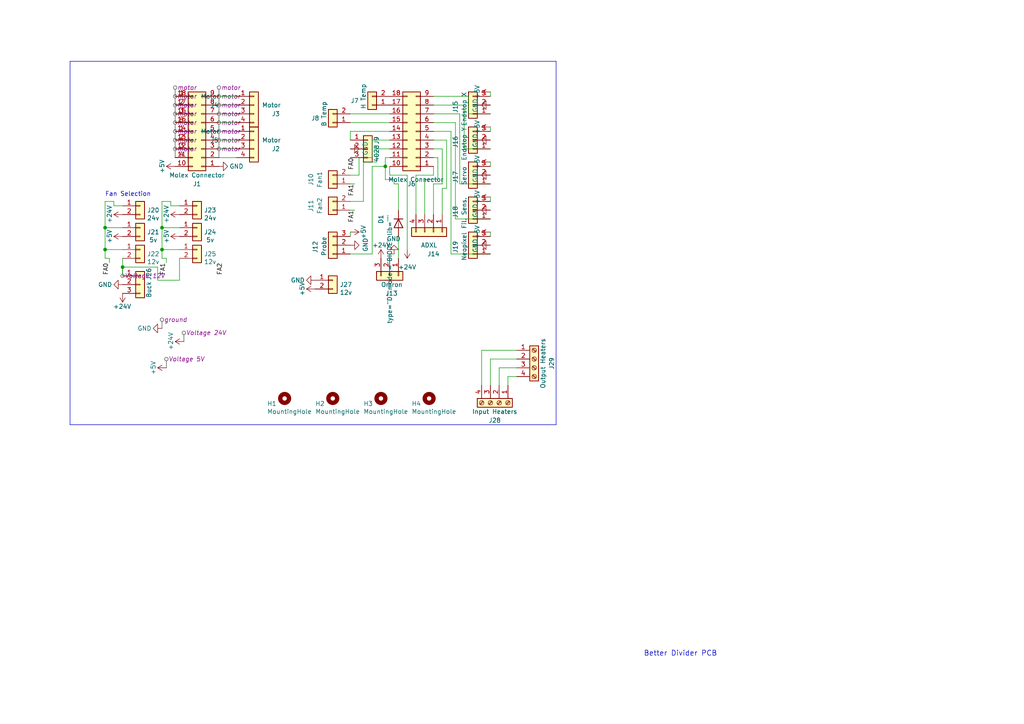
<source format=kicad_sch>
(kicad_sch (version 20230121) (generator eeschema)

  (uuid 7ac6798e-c800-42f8-bc3a-7582e4ca201e)

  (paper "A4")

  (lib_symbols
    (symbol "Connector:Screw_Terminal_01x04" (pin_names (offset 1.016) hide) (in_bom yes) (on_board yes)
      (property "Reference" "J" (at 0 5.08 0)
        (effects (font (size 1.27 1.27)))
      )
      (property "Value" "Screw_Terminal_01x04" (at 0 -7.62 0)
        (effects (font (size 1.27 1.27)))
      )
      (property "Footprint" "" (at 0 0 0)
        (effects (font (size 1.27 1.27)) hide)
      )
      (property "Datasheet" "~" (at 0 0 0)
        (effects (font (size 1.27 1.27)) hide)
      )
      (property "ki_keywords" "screw terminal" (at 0 0 0)
        (effects (font (size 1.27 1.27)) hide)
      )
      (property "ki_description" "Generic screw terminal, single row, 01x04, script generated (kicad-library-utils/schlib/autogen/connector/)" (at 0 0 0)
        (effects (font (size 1.27 1.27)) hide)
      )
      (property "ki_fp_filters" "TerminalBlock*:*" (at 0 0 0)
        (effects (font (size 1.27 1.27)) hide)
      )
      (symbol "Screw_Terminal_01x04_1_1"
        (rectangle (start -1.27 3.81) (end 1.27 -6.35)
          (stroke (width 0.254) (type default))
          (fill (type background))
        )
        (circle (center 0 -5.08) (radius 0.635)
          (stroke (width 0.1524) (type default))
          (fill (type none))
        )
        (circle (center 0 -2.54) (radius 0.635)
          (stroke (width 0.1524) (type default))
          (fill (type none))
        )
        (polyline
          (pts
            (xy -0.5334 -4.7498)
            (xy 0.3302 -5.588)
          )
          (stroke (width 0.1524) (type default))
          (fill (type none))
        )
        (polyline
          (pts
            (xy -0.5334 -2.2098)
            (xy 0.3302 -3.048)
          )
          (stroke (width 0.1524) (type default))
          (fill (type none))
        )
        (polyline
          (pts
            (xy -0.5334 0.3302)
            (xy 0.3302 -0.508)
          )
          (stroke (width 0.1524) (type default))
          (fill (type none))
        )
        (polyline
          (pts
            (xy -0.5334 2.8702)
            (xy 0.3302 2.032)
          )
          (stroke (width 0.1524) (type default))
          (fill (type none))
        )
        (polyline
          (pts
            (xy -0.3556 -4.572)
            (xy 0.508 -5.4102)
          )
          (stroke (width 0.1524) (type default))
          (fill (type none))
        )
        (polyline
          (pts
            (xy -0.3556 -2.032)
            (xy 0.508 -2.8702)
          )
          (stroke (width 0.1524) (type default))
          (fill (type none))
        )
        (polyline
          (pts
            (xy -0.3556 0.508)
            (xy 0.508 -0.3302)
          )
          (stroke (width 0.1524) (type default))
          (fill (type none))
        )
        (polyline
          (pts
            (xy -0.3556 3.048)
            (xy 0.508 2.2098)
          )
          (stroke (width 0.1524) (type default))
          (fill (type none))
        )
        (circle (center 0 0) (radius 0.635)
          (stroke (width 0.1524) (type default))
          (fill (type none))
        )
        (circle (center 0 2.54) (radius 0.635)
          (stroke (width 0.1524) (type default))
          (fill (type none))
        )
        (pin passive line (at -5.08 2.54 0) (length 3.81)
          (name "Pin_1" (effects (font (size 1.27 1.27))))
          (number "1" (effects (font (size 1.27 1.27))))
        )
        (pin passive line (at -5.08 0 0) (length 3.81)
          (name "Pin_2" (effects (font (size 1.27 1.27))))
          (number "2" (effects (font (size 1.27 1.27))))
        )
        (pin passive line (at -5.08 -2.54 0) (length 3.81)
          (name "Pin_3" (effects (font (size 1.27 1.27))))
          (number "3" (effects (font (size 1.27 1.27))))
        )
        (pin passive line (at -5.08 -5.08 0) (length 3.81)
          (name "Pin_4" (effects (font (size 1.27 1.27))))
          (number "4" (effects (font (size 1.27 1.27))))
        )
      )
    )
    (symbol "Connector_Generic:Conn_01x02" (pin_names (offset 1.016) hide) (in_bom yes) (on_board yes)
      (property "Reference" "J" (at 0 2.54 0)
        (effects (font (size 1.27 1.27)))
      )
      (property "Value" "Conn_01x02" (at 0 -5.08 0)
        (effects (font (size 1.27 1.27)))
      )
      (property "Footprint" "" (at 0 0 0)
        (effects (font (size 1.27 1.27)) hide)
      )
      (property "Datasheet" "~" (at 0 0 0)
        (effects (font (size 1.27 1.27)) hide)
      )
      (property "ki_keywords" "connector" (at 0 0 0)
        (effects (font (size 1.27 1.27)) hide)
      )
      (property "ki_description" "Generic connector, single row, 01x02, script generated (kicad-library-utils/schlib/autogen/connector/)" (at 0 0 0)
        (effects (font (size 1.27 1.27)) hide)
      )
      (property "ki_fp_filters" "Connector*:*_1x??_*" (at 0 0 0)
        (effects (font (size 1.27 1.27)) hide)
      )
      (symbol "Conn_01x02_1_1"
        (rectangle (start -1.27 -2.413) (end 0 -2.667)
          (stroke (width 0.1524) (type default))
          (fill (type none))
        )
        (rectangle (start -1.27 0.127) (end 0 -0.127)
          (stroke (width 0.1524) (type default))
          (fill (type none))
        )
        (rectangle (start -1.27 1.27) (end 1.27 -3.81)
          (stroke (width 0.254) (type default))
          (fill (type background))
        )
        (pin passive line (at -5.08 0 0) (length 3.81)
          (name "Pin_1" (effects (font (size 1.27 1.27))))
          (number "1" (effects (font (size 1.27 1.27))))
        )
        (pin passive line (at -5.08 -2.54 0) (length 3.81)
          (name "Pin_2" (effects (font (size 1.27 1.27))))
          (number "2" (effects (font (size 1.27 1.27))))
        )
      )
    )
    (symbol "Connector_Generic:Conn_01x03" (pin_names (offset 1.016) hide) (in_bom yes) (on_board yes)
      (property "Reference" "J" (at 0 5.08 0)
        (effects (font (size 1.27 1.27)))
      )
      (property "Value" "Conn_01x03" (at 0 -5.08 0)
        (effects (font (size 1.27 1.27)))
      )
      (property "Footprint" "" (at 0 0 0)
        (effects (font (size 1.27 1.27)) hide)
      )
      (property "Datasheet" "~" (at 0 0 0)
        (effects (font (size 1.27 1.27)) hide)
      )
      (property "ki_keywords" "connector" (at 0 0 0)
        (effects (font (size 1.27 1.27)) hide)
      )
      (property "ki_description" "Generic connector, single row, 01x03, script generated (kicad-library-utils/schlib/autogen/connector/)" (at 0 0 0)
        (effects (font (size 1.27 1.27)) hide)
      )
      (property "ki_fp_filters" "Connector*:*_1x??_*" (at 0 0 0)
        (effects (font (size 1.27 1.27)) hide)
      )
      (symbol "Conn_01x03_1_1"
        (rectangle (start -1.27 -2.413) (end 0 -2.667)
          (stroke (width 0.1524) (type default))
          (fill (type none))
        )
        (rectangle (start -1.27 0.127) (end 0 -0.127)
          (stroke (width 0.1524) (type default))
          (fill (type none))
        )
        (rectangle (start -1.27 2.667) (end 0 2.413)
          (stroke (width 0.1524) (type default))
          (fill (type none))
        )
        (rectangle (start -1.27 3.81) (end 1.27 -3.81)
          (stroke (width 0.254) (type default))
          (fill (type background))
        )
        (pin passive line (at -5.08 2.54 0) (length 3.81)
          (name "Pin_1" (effects (font (size 1.27 1.27))))
          (number "1" (effects (font (size 1.27 1.27))))
        )
        (pin passive line (at -5.08 0 0) (length 3.81)
          (name "Pin_2" (effects (font (size 1.27 1.27))))
          (number "2" (effects (font (size 1.27 1.27))))
        )
        (pin passive line (at -5.08 -2.54 0) (length 3.81)
          (name "Pin_3" (effects (font (size 1.27 1.27))))
          (number "3" (effects (font (size 1.27 1.27))))
        )
      )
    )
    (symbol "Connector_Generic:Conn_01x04" (pin_names (offset 1.016) hide) (in_bom yes) (on_board yes)
      (property "Reference" "J" (at 0 5.08 0)
        (effects (font (size 1.27 1.27)))
      )
      (property "Value" "Conn_01x04" (at 0 -7.62 0)
        (effects (font (size 1.27 1.27)))
      )
      (property "Footprint" "" (at 0 0 0)
        (effects (font (size 1.27 1.27)) hide)
      )
      (property "Datasheet" "~" (at 0 0 0)
        (effects (font (size 1.27 1.27)) hide)
      )
      (property "ki_keywords" "connector" (at 0 0 0)
        (effects (font (size 1.27 1.27)) hide)
      )
      (property "ki_description" "Generic connector, single row, 01x04, script generated (kicad-library-utils/schlib/autogen/connector/)" (at 0 0 0)
        (effects (font (size 1.27 1.27)) hide)
      )
      (property "ki_fp_filters" "Connector*:*_1x??_*" (at 0 0 0)
        (effects (font (size 1.27 1.27)) hide)
      )
      (symbol "Conn_01x04_1_1"
        (rectangle (start -1.27 -4.953) (end 0 -5.207)
          (stroke (width 0.1524) (type default))
          (fill (type none))
        )
        (rectangle (start -1.27 -2.413) (end 0 -2.667)
          (stroke (width 0.1524) (type default))
          (fill (type none))
        )
        (rectangle (start -1.27 0.127) (end 0 -0.127)
          (stroke (width 0.1524) (type default))
          (fill (type none))
        )
        (rectangle (start -1.27 2.667) (end 0 2.413)
          (stroke (width 0.1524) (type default))
          (fill (type none))
        )
        (rectangle (start -1.27 3.81) (end 1.27 -6.35)
          (stroke (width 0.254) (type default))
          (fill (type background))
        )
        (pin passive line (at -5.08 2.54 0) (length 3.81)
          (name "Pin_1" (effects (font (size 1.27 1.27))))
          (number "1" (effects (font (size 1.27 1.27))))
        )
        (pin passive line (at -5.08 0 0) (length 3.81)
          (name "Pin_2" (effects (font (size 1.27 1.27))))
          (number "2" (effects (font (size 1.27 1.27))))
        )
        (pin passive line (at -5.08 -2.54 0) (length 3.81)
          (name "Pin_3" (effects (font (size 1.27 1.27))))
          (number "3" (effects (font (size 1.27 1.27))))
        )
        (pin passive line (at -5.08 -5.08 0) (length 3.81)
          (name "Pin_4" (effects (font (size 1.27 1.27))))
          (number "4" (effects (font (size 1.27 1.27))))
        )
      )
    )
    (symbol "Connector_Generic:Conn_02x09_Top_Bottom" (pin_names (offset 1.016) hide) (in_bom yes) (on_board yes)
      (property "Reference" "J" (at 1.27 12.7 0)
        (effects (font (size 1.27 1.27)))
      )
      (property "Value" "Conn_02x09_Top_Bottom" (at 1.27 -12.7 0)
        (effects (font (size 1.27 1.27)))
      )
      (property "Footprint" "" (at 0 0 0)
        (effects (font (size 1.27 1.27)) hide)
      )
      (property "Datasheet" "~" (at 0 0 0)
        (effects (font (size 1.27 1.27)) hide)
      )
      (property "ki_keywords" "connector" (at 0 0 0)
        (effects (font (size 1.27 1.27)) hide)
      )
      (property "ki_description" "Generic connector, double row, 02x09, top/bottom pin numbering scheme (row 1: 1...pins_per_row, row2: pins_per_row+1 ... num_pins), script generated (kicad-library-utils/schlib/autogen/connector/)" (at 0 0 0)
        (effects (font (size 1.27 1.27)) hide)
      )
      (property "ki_fp_filters" "Connector*:*_2x??_*" (at 0 0 0)
        (effects (font (size 1.27 1.27)) hide)
      )
      (symbol "Conn_02x09_Top_Bottom_1_1"
        (rectangle (start -1.27 -10.033) (end 0 -10.287)
          (stroke (width 0.1524) (type default))
          (fill (type none))
        )
        (rectangle (start -1.27 -7.493) (end 0 -7.747)
          (stroke (width 0.1524) (type default))
          (fill (type none))
        )
        (rectangle (start -1.27 -4.953) (end 0 -5.207)
          (stroke (width 0.1524) (type default))
          (fill (type none))
        )
        (rectangle (start -1.27 -2.413) (end 0 -2.667)
          (stroke (width 0.1524) (type default))
          (fill (type none))
        )
        (rectangle (start -1.27 0.127) (end 0 -0.127)
          (stroke (width 0.1524) (type default))
          (fill (type none))
        )
        (rectangle (start -1.27 2.667) (end 0 2.413)
          (stroke (width 0.1524) (type default))
          (fill (type none))
        )
        (rectangle (start -1.27 5.207) (end 0 4.953)
          (stroke (width 0.1524) (type default))
          (fill (type none))
        )
        (rectangle (start -1.27 7.747) (end 0 7.493)
          (stroke (width 0.1524) (type default))
          (fill (type none))
        )
        (rectangle (start -1.27 10.287) (end 0 10.033)
          (stroke (width 0.1524) (type default))
          (fill (type none))
        )
        (rectangle (start -1.27 11.43) (end 3.81 -11.43)
          (stroke (width 0.254) (type default))
          (fill (type background))
        )
        (rectangle (start 3.81 -10.033) (end 2.54 -10.287)
          (stroke (width 0.1524) (type default))
          (fill (type none))
        )
        (rectangle (start 3.81 -7.493) (end 2.54 -7.747)
          (stroke (width 0.1524) (type default))
          (fill (type none))
        )
        (rectangle (start 3.81 -4.953) (end 2.54 -5.207)
          (stroke (width 0.1524) (type default))
          (fill (type none))
        )
        (rectangle (start 3.81 -2.413) (end 2.54 -2.667)
          (stroke (width 0.1524) (type default))
          (fill (type none))
        )
        (rectangle (start 3.81 0.127) (end 2.54 -0.127)
          (stroke (width 0.1524) (type default))
          (fill (type none))
        )
        (rectangle (start 3.81 2.667) (end 2.54 2.413)
          (stroke (width 0.1524) (type default))
          (fill (type none))
        )
        (rectangle (start 3.81 5.207) (end 2.54 4.953)
          (stroke (width 0.1524) (type default))
          (fill (type none))
        )
        (rectangle (start 3.81 7.747) (end 2.54 7.493)
          (stroke (width 0.1524) (type default))
          (fill (type none))
        )
        (rectangle (start 3.81 10.287) (end 2.54 10.033)
          (stroke (width 0.1524) (type default))
          (fill (type none))
        )
        (pin passive line (at -5.08 10.16 0) (length 3.81)
          (name "Pin_1" (effects (font (size 1.27 1.27))))
          (number "1" (effects (font (size 1.27 1.27))))
        )
        (pin passive line (at 7.62 10.16 180) (length 3.81)
          (name "Pin_10" (effects (font (size 1.27 1.27))))
          (number "10" (effects (font (size 1.27 1.27))))
        )
        (pin passive line (at 7.62 7.62 180) (length 3.81)
          (name "Pin_11" (effects (font (size 1.27 1.27))))
          (number "11" (effects (font (size 1.27 1.27))))
        )
        (pin passive line (at 7.62 5.08 180) (length 3.81)
          (name "Pin_12" (effects (font (size 1.27 1.27))))
          (number "12" (effects (font (size 1.27 1.27))))
        )
        (pin passive line (at 7.62 2.54 180) (length 3.81)
          (name "Pin_13" (effects (font (size 1.27 1.27))))
          (number "13" (effects (font (size 1.27 1.27))))
        )
        (pin passive line (at 7.62 0 180) (length 3.81)
          (name "Pin_14" (effects (font (size 1.27 1.27))))
          (number "14" (effects (font (size 1.27 1.27))))
        )
        (pin passive line (at 7.62 -2.54 180) (length 3.81)
          (name "Pin_15" (effects (font (size 1.27 1.27))))
          (number "15" (effects (font (size 1.27 1.27))))
        )
        (pin passive line (at 7.62 -5.08 180) (length 3.81)
          (name "Pin_16" (effects (font (size 1.27 1.27))))
          (number "16" (effects (font (size 1.27 1.27))))
        )
        (pin passive line (at 7.62 -7.62 180) (length 3.81)
          (name "Pin_17" (effects (font (size 1.27 1.27))))
          (number "17" (effects (font (size 1.27 1.27))))
        )
        (pin passive line (at 7.62 -10.16 180) (length 3.81)
          (name "Pin_18" (effects (font (size 1.27 1.27))))
          (number "18" (effects (font (size 1.27 1.27))))
        )
        (pin passive line (at -5.08 7.62 0) (length 3.81)
          (name "Pin_2" (effects (font (size 1.27 1.27))))
          (number "2" (effects (font (size 1.27 1.27))))
        )
        (pin passive line (at -5.08 5.08 0) (length 3.81)
          (name "Pin_3" (effects (font (size 1.27 1.27))))
          (number "3" (effects (font (size 1.27 1.27))))
        )
        (pin passive line (at -5.08 2.54 0) (length 3.81)
          (name "Pin_4" (effects (font (size 1.27 1.27))))
          (number "4" (effects (font (size 1.27 1.27))))
        )
        (pin passive line (at -5.08 0 0) (length 3.81)
          (name "Pin_5" (effects (font (size 1.27 1.27))))
          (number "5" (effects (font (size 1.27 1.27))))
        )
        (pin passive line (at -5.08 -2.54 0) (length 3.81)
          (name "Pin_6" (effects (font (size 1.27 1.27))))
          (number "6" (effects (font (size 1.27 1.27))))
        )
        (pin passive line (at -5.08 -5.08 0) (length 3.81)
          (name "Pin_7" (effects (font (size 1.27 1.27))))
          (number "7" (effects (font (size 1.27 1.27))))
        )
        (pin passive line (at -5.08 -7.62 0) (length 3.81)
          (name "Pin_8" (effects (font (size 1.27 1.27))))
          (number "8" (effects (font (size 1.27 1.27))))
        )
        (pin passive line (at -5.08 -10.16 0) (length 3.81)
          (name "Pin_9" (effects (font (size 1.27 1.27))))
          (number "9" (effects (font (size 1.27 1.27))))
        )
      )
    )
    (symbol "Mechanical:MountingHole" (pin_names (offset 1.016)) (in_bom yes) (on_board yes)
      (property "Reference" "H" (at 0 5.08 0)
        (effects (font (size 1.27 1.27)))
      )
      (property "Value" "MountingHole" (at 0 3.175 0)
        (effects (font (size 1.27 1.27)))
      )
      (property "Footprint" "" (at 0 0 0)
        (effects (font (size 1.27 1.27)) hide)
      )
      (property "Datasheet" "~" (at 0 0 0)
        (effects (font (size 1.27 1.27)) hide)
      )
      (property "ki_keywords" "mounting hole" (at 0 0 0)
        (effects (font (size 1.27 1.27)) hide)
      )
      (property "ki_description" "Mounting Hole without connection" (at 0 0 0)
        (effects (font (size 1.27 1.27)) hide)
      )
      (property "ki_fp_filters" "MountingHole*" (at 0 0 0)
        (effects (font (size 1.27 1.27)) hide)
      )
      (symbol "MountingHole_0_1"
        (circle (center 0 0) (radius 1.27)
          (stroke (width 1.27) (type default))
          (fill (type none))
        )
      )
    )
    (symbol "Simulation_SPICE:DIODE" (pin_numbers hide) (pin_names (offset 1.016) hide) (in_bom yes) (on_board yes)
      (property "Reference" "D" (at 0 2.54 0)
        (effects (font (size 1.27 1.27)))
      )
      (property "Value" "DIODE" (at 0 -2.54 0)
        (effects (font (size 1.27 1.27)))
      )
      (property "Footprint" "" (at 0 0 0)
        (effects (font (size 1.27 1.27)) hide)
      )
      (property "Datasheet" "~" (at 0 0 0)
        (effects (font (size 1.27 1.27)) hide)
      )
      (property "Spice_Netlist_Enabled" "Y" (at 0 0 0)
        (effects (font (size 1.27 1.27)) (justify left) hide)
      )
      (property "Spice_Primitive" "D" (at 0 0 0)
        (effects (font (size 1.27 1.27)) (justify left) hide)
      )
      (property "ki_keywords" "simulation" (at 0 0 0)
        (effects (font (size 1.27 1.27)) hide)
      )
      (property "ki_description" "Diode, anode on pin 1, for simulation only!" (at 0 0 0)
        (effects (font (size 1.27 1.27)) hide)
      )
      (symbol "DIODE_0_1"
        (polyline
          (pts
            (xy 1.27 0)
            (xy -1.27 0)
          )
          (stroke (width 0) (type default))
          (fill (type none))
        )
        (polyline
          (pts
            (xy 1.27 1.27)
            (xy 1.27 -1.27)
          )
          (stroke (width 0.254) (type default))
          (fill (type none))
        )
        (polyline
          (pts
            (xy -1.27 -1.27)
            (xy -1.27 1.27)
            (xy 1.27 0)
            (xy -1.27 -1.27)
          )
          (stroke (width 0.254) (type default))
          (fill (type none))
        )
      )
      (symbol "DIODE_1_1"
        (pin passive line (at -3.81 0 0) (length 2.54)
          (name "A" (effects (font (size 1.27 1.27))))
          (number "1" (effects (font (size 1.27 1.27))))
        )
        (pin passive line (at 3.81 0 180) (length 2.54)
          (name "K" (effects (font (size 1.27 1.27))))
          (number "2" (effects (font (size 1.27 1.27))))
        )
      )
    )
    (symbol "Toolhead_PCB-rescue:GND-Toolhead_PCB" (power) (pin_names (offset 0)) (in_bom yes) (on_board yes)
      (property "Reference" "#PWR" (at 0 -6.35 0)
        (effects (font (size 1.27 1.27)) hide)
      )
      (property "Value" "GND-Toolhead_PCB" (at 0 -3.81 0)
        (effects (font (size 1.27 1.27)))
      )
      (property "Footprint" "" (at 0 0 0)
        (effects (font (size 1.27 1.27)) hide)
      )
      (property "Datasheet" "" (at 0 0 0)
        (effects (font (size 1.27 1.27)) hide)
      )
      (symbol "GND-Toolhead_PCB_0_1"
        (polyline
          (pts
            (xy 0 0)
            (xy 0 -1.27)
            (xy 1.27 -1.27)
            (xy 0 -2.54)
            (xy -1.27 -1.27)
            (xy 0 -1.27)
          )
          (stroke (width 0) (type default))
          (fill (type none))
        )
      )
      (symbol "GND-Toolhead_PCB_1_1"
        (pin power_in line (at 0 0 270) (length 0) hide
          (name "GND" (effects (font (size 1.27 1.27))))
          (number "1" (effects (font (size 1.27 1.27))))
        )
      )
    )
    (symbol "power:+24V" (power) (pin_names (offset 0)) (in_bom yes) (on_board yes)
      (property "Reference" "#PWR" (at 0 -3.81 0)
        (effects (font (size 1.27 1.27)) hide)
      )
      (property "Value" "+24V" (at 0 3.556 0)
        (effects (font (size 1.27 1.27)))
      )
      (property "Footprint" "" (at 0 0 0)
        (effects (font (size 1.27 1.27)) hide)
      )
      (property "Datasheet" "" (at 0 0 0)
        (effects (font (size 1.27 1.27)) hide)
      )
      (property "ki_keywords" "power-flag" (at 0 0 0)
        (effects (font (size 1.27 1.27)) hide)
      )
      (property "ki_description" "Power symbol creates a global label with name \"+24V\"" (at 0 0 0)
        (effects (font (size 1.27 1.27)) hide)
      )
      (symbol "+24V_0_1"
        (polyline
          (pts
            (xy -0.762 1.27)
            (xy 0 2.54)
          )
          (stroke (width 0) (type default))
          (fill (type none))
        )
        (polyline
          (pts
            (xy 0 0)
            (xy 0 2.54)
          )
          (stroke (width 0) (type default))
          (fill (type none))
        )
        (polyline
          (pts
            (xy 0 2.54)
            (xy 0.762 1.27)
          )
          (stroke (width 0) (type default))
          (fill (type none))
        )
      )
      (symbol "+24V_1_1"
        (pin power_in line (at 0 0 90) (length 0) hide
          (name "+24V" (effects (font (size 1.27 1.27))))
          (number "1" (effects (font (size 1.27 1.27))))
        )
      )
    )
    (symbol "power:+5V" (power) (pin_names (offset 0)) (in_bom yes) (on_board yes)
      (property "Reference" "#PWR" (at 0 -3.81 0)
        (effects (font (size 1.27 1.27)) hide)
      )
      (property "Value" "+5V" (at 0 3.556 0)
        (effects (font (size 1.27 1.27)))
      )
      (property "Footprint" "" (at 0 0 0)
        (effects (font (size 1.27 1.27)) hide)
      )
      (property "Datasheet" "" (at 0 0 0)
        (effects (font (size 1.27 1.27)) hide)
      )
      (property "ki_keywords" "power-flag" (at 0 0 0)
        (effects (font (size 1.27 1.27)) hide)
      )
      (property "ki_description" "Power symbol creates a global label with name \"+5V\"" (at 0 0 0)
        (effects (font (size 1.27 1.27)) hide)
      )
      (symbol "+5V_0_1"
        (polyline
          (pts
            (xy -0.762 1.27)
            (xy 0 2.54)
          )
          (stroke (width 0) (type default))
          (fill (type none))
        )
        (polyline
          (pts
            (xy 0 0)
            (xy 0 2.54)
          )
          (stroke (width 0) (type default))
          (fill (type none))
        )
        (polyline
          (pts
            (xy 0 2.54)
            (xy 0.762 1.27)
          )
          (stroke (width 0) (type default))
          (fill (type none))
        )
      )
      (symbol "+5V_1_1"
        (pin power_in line (at 0 0 90) (length 0) hide
          (name "+5V" (effects (font (size 1.27 1.27))))
          (number "1" (effects (font (size 1.27 1.27))))
        )
      )
    )
  )

  (junction (at 30.48 66.04) (diameter 0) (color 0 0 0 0)
    (uuid 05666d87-9555-4871-ad1a-168fb858e107)
  )
  (junction (at 111.76 48.26) (diameter 0) (color 0 0 0 0)
    (uuid 1f620cd2-591e-4d56-90ca-185b8e3680ef)
  )
  (junction (at 46.99 66.04) (diameter 0) (color 0 0 0 0)
    (uuid 26211cbc-2cdc-4577-8348-008a788fef6b)
  )
  (junction (at 30.48 72.39) (diameter 0) (color 0 0 0 0)
    (uuid 316fb44b-e39f-46c0-86c9-a90e1db28df9)
  )
  (junction (at 35.56 77.47) (diameter 0) (color 0 0 0 0)
    (uuid 8bb9304f-d416-4a80-8a94-3bae5aabe3e8)
  )
  (junction (at 46.99 72.39) (diameter 0) (color 0 0 0 0)
    (uuid ebd414e4-7358-47bb-839b-118cfd2649e2)
  )

  (wire (pts (xy 130.81 38.1) (xy 130.81 73.66))
    (stroke (width 0) (type default))
    (uuid 00224d84-35cd-45df-819c-85dd69ef746b)
  )
  (wire (pts (xy 149.86 104.14) (xy 142.24 104.14))
    (stroke (width 0) (type default))
    (uuid 0027db3b-d163-4362-86ca-97338f060311)
  )
  (wire (pts (xy 149.86 101.6) (xy 139.7 101.6))
    (stroke (width 0) (type default))
    (uuid 07352995-1b97-4e68-9458-fcaa83966844)
  )
  (wire (pts (xy 130.81 73.66) (xy 142.24 73.66))
    (stroke (width 0) (type default))
    (uuid 07bcf7cf-5a56-4239-abfc-494899377be5)
  )
  (wire (pts (xy 125.73 33.02) (xy 133.35 33.02))
    (stroke (width 0) (type default))
    (uuid 0b814ba4-8bac-4771-8b6b-003aec407a52)
  )
  (wire (pts (xy 125.73 27.94) (xy 135.89 27.94))
    (stroke (width 0) (type default))
    (uuid 0b81cb1b-68ab-47b9-a2a2-796ab833b77e)
  )
  (wire (pts (xy 142.24 67.31) (xy 142.24 68.58))
    (stroke (width 0) (type default))
    (uuid 0cefe6fc-f150-402f-8f1e-11a865b321cd)
  )
  (wire (pts (xy 101.6 73.66) (xy 107.95 73.66))
    (stroke (width 0) (type default))
    (uuid 0f1d622f-2e8f-438b-ad30-54826674415e)
  )
  (wire (pts (xy 46.99 66.04) (xy 52.07 66.04))
    (stroke (width 0) (type default))
    (uuid 0fd8fd59-6f99-4b5b-bce1-1b727acecfd3)
  )
  (wire (pts (xy 113.03 50.8) (xy 118.11 50.8))
    (stroke (width 0) (type default))
    (uuid 11826901-3ea0-4926-83a0-2b8bfd5bc038)
  )
  (wire (pts (xy 128.27 54.61) (xy 128.27 62.23))
    (stroke (width 0) (type default))
    (uuid 131014b6-c032-4197-9d04-4e45741098dc)
  )
  (wire (pts (xy 50.8 38.1) (xy 55.88 38.1))
    (stroke (width 0) (type default))
    (uuid 153916ea-2f7e-47da-b845-3c04a790b25c)
  )
  (wire (pts (xy 46.99 74.93) (xy 46.99 72.39))
    (stroke (width 0) (type default))
    (uuid 1908cdc5-7412-4959-8121-2266f1b47e8d)
  )
  (wire (pts (xy 107.95 40.64) (xy 113.03 40.64))
    (stroke (width 0) (type default))
    (uuid 1f9ea9e6-ddb3-4b01-bafb-100160ef6590)
  )
  (wire (pts (xy 68.58 35.56) (xy 63.5 35.56))
    (stroke (width 0) (type default))
    (uuid 23053900-0450-40de-9b69-23517f04f7bd)
  )
  (wire (pts (xy 68.58 43.18) (xy 63.5 43.18))
    (stroke (width 0) (type default))
    (uuid 25386838-f4e0-4649-b1b5-d3a9eae4664a)
  )
  (wire (pts (xy 132.08 63.5) (xy 142.24 63.5))
    (stroke (width 0) (type default))
    (uuid 26cecbae-1ab6-4533-9385-256ee8844291)
  )
  (wire (pts (xy 68.58 33.02) (xy 63.5 33.02))
    (stroke (width 0) (type default))
    (uuid 2b6a72e8-3838-4e41-8091-5d1ba603b654)
  )
  (wire (pts (xy 111.76 45.72) (xy 111.76 48.26))
    (stroke (width 0) (type default))
    (uuid 2c51471d-3dc9-4c52-a5c4-19b0cabe828c)
  )
  (wire (pts (xy 134.62 43.18) (xy 142.24 43.18))
    (stroke (width 0) (type default))
    (uuid 2cfd62a6-facd-42cd-a41b-516f8141052b)
  )
  (wire (pts (xy 35.56 72.39) (xy 30.48 72.39))
    (stroke (width 0) (type default))
    (uuid 2da98fdf-3d6d-439c-ae5f-00954863c80d)
  )
  (wire (pts (xy 30.48 74.93) (xy 31.75 74.93))
    (stroke (width 0) (type default))
    (uuid 2eea6a2b-d94e-4e96-b2f9-346f908867c4)
  )
  (wire (pts (xy 68.58 40.64) (xy 63.5 40.64))
    (stroke (width 0) (type default))
    (uuid 3057048e-73f4-4773-bef9-2e5208ead125)
  )
  (wire (pts (xy 125.73 30.48) (xy 134.62 30.48))
    (stroke (width 0) (type default))
    (uuid 30a5a3e3-ed70-47b4-93eb-2efdf10b01c2)
  )
  (wire (pts (xy 133.35 53.34) (xy 142.24 53.34))
    (stroke (width 0) (type default))
    (uuid 374f7b60-bdd1-409f-b08b-82d71b03a05a)
  )
  (wire (pts (xy 132.08 63.5) (xy 132.08 35.56))
    (stroke (width 0) (type default))
    (uuid 435cdb8b-fe8d-495f-b740-20cf5d021a42)
  )
  (wire (pts (xy 101.6 58.42) (xy 105.41 58.42))
    (stroke (width 0) (type default))
    (uuid 46a63dff-8a1b-479f-99d3-2679ab40a80d)
  )
  (wire (pts (xy 50.8 43.18) (xy 55.88 43.18))
    (stroke (width 0) (type default))
    (uuid 472f7395-9a1e-4ef7-bf22-ba1a40228fd7)
  )
  (wire (pts (xy 101.6 67.31) (xy 101.6 68.58))
    (stroke (width 0) (type default))
    (uuid 47d0d0ca-5d28-4575-8bc6-930388e2e441)
  )
  (wire (pts (xy 142.24 36.83) (xy 142.24 38.1))
    (stroke (width 0) (type default))
    (uuid 4b9d7a72-3f94-4028-9ebc-6daaf91f520b)
  )
  (wire (pts (xy 129.54 40.64) (xy 129.54 54.61))
    (stroke (width 0) (type default))
    (uuid 4ba8594b-5fe8-4301-8538-ef0fab0ac08d)
  )
  (wire (pts (xy 45.72 81.28) (xy 52.07 81.28))
    (stroke (width 0) (type default))
    (uuid 4f7e4552-725c-4dac-b1fb-8830629309f4)
  )
  (wire (pts (xy 46.99 74.93) (xy 48.26 74.93))
    (stroke (width 0) (type default))
    (uuid 51d1199c-8d13-4fb6-a69d-e87dbcb003ff)
  )
  (wire (pts (xy 45.72 77.47) (xy 45.72 81.28))
    (stroke (width 0) (type default))
    (uuid 51dbb209-7e2f-4e60-86b5-075e481f1dbf)
  )
  (wire (pts (xy 139.7 101.6) (xy 139.7 111.76))
    (stroke (width 0) (type default))
    (uuid 524bb491-19db-4171-9553-ae47222a0abd)
  )
  (wire (pts (xy 104.14 50.8) (xy 101.6 50.8))
    (stroke (width 0) (type default))
    (uuid 55eb865b-c560-42af-a822-c43cc2e57a1e)
  )
  (polyline (pts (xy 161.29 17.78) (xy 161.29 123.19))
    (stroke (width 0) (type default))
    (uuid 57f01e4a-5f4a-4791-93b5-79b85d28c634)
  )

  (wire (pts (xy 31.75 74.93) (xy 31.75 76.2))
    (stroke (width 0) (type default))
    (uuid 582cb930-07c2-4f57-9672-4103867aaa19)
  )
  (wire (pts (xy 109.22 46.99) (xy 105.41 46.99))
    (stroke (width 0) (type default))
    (uuid 5af2ae79-edd8-4f33-9c71-df93c9f0be09)
  )
  (wire (pts (xy 111.76 48.26) (xy 111.76 52.07))
    (stroke (width 0) (type default))
    (uuid 62b21970-8eb8-43ea-baec-eb7e3b2ab4bd)
  )
  (wire (pts (xy 118.11 50.8) (xy 118.11 72.39))
    (stroke (width 0) (type default))
    (uuid 63b8cd9d-9643-4128-b955-bc8145d633e6)
  )
  (wire (pts (xy 104.14 45.72) (xy 104.14 50.8))
    (stroke (width 0) (type default))
    (uuid 660b6836-c3d6-4954-9372-1b0eb6307310)
  )
  (wire (pts (xy 101.6 53.34) (xy 102.87 53.34))
    (stroke (width 0) (type default))
    (uuid 661c7bec-fd4a-4d3f-ad6e-7acc6e35f795)
  )
  (wire (pts (xy 114.3 52.07) (xy 114.3 53.34))
    (stroke (width 0) (type default))
    (uuid 662d256d-017b-4cdb-a412-981d34cd2916)
  )
  (wire (pts (xy 50.8 27.94) (xy 55.88 27.94))
    (stroke (width 0) (type default))
    (uuid 668f94dd-8185-442a-85f9-5b23c056ce37)
  )
  (wire (pts (xy 46.99 58.42) (xy 46.99 66.04))
    (stroke (width 0) (type default))
    (uuid 67a44f79-5898-4ddb-8070-7d4db9d2f866)
  )
  (wire (pts (xy 50.8 35.56) (xy 55.88 35.56))
    (stroke (width 0) (type default))
    (uuid 682e9214-3833-4903-84bd-15b48a7f2894)
  )
  (wire (pts (xy 115.57 68.58) (xy 115.57 74.93))
    (stroke (width 0) (type default))
    (uuid 6b11c54a-c86d-474c-af66-c0abb964b7df)
  )
  (wire (pts (xy 111.76 52.07) (xy 114.3 52.07))
    (stroke (width 0) (type default))
    (uuid 6b27a7f8-a27d-4c93-a398-678313e93fe2)
  )
  (wire (pts (xy 105.41 46.99) (xy 105.41 58.42))
    (stroke (width 0) (type default))
    (uuid 6fad9864-9725-4400-a6af-b069f3b11138)
  )
  (wire (pts (xy 52.07 59.69) (xy 49.53 59.69))
    (stroke (width 0) (type default))
    (uuid 71222d18-3e2f-414a-b4da-e9c48fb6063d)
  )
  (wire (pts (xy 107.95 45.72) (xy 104.14 45.72))
    (stroke (width 0) (type default))
    (uuid 717e344c-6c03-479d-8b73-9c6bf82ad9cd)
  )
  (wire (pts (xy 113.03 73.66) (xy 114.3 73.66))
    (stroke (width 0) (type default))
    (uuid 71c8621f-a31e-4d0e-9830-4951e31ec85b)
  )
  (wire (pts (xy 101.6 45.72) (xy 102.87 45.72))
    (stroke (width 0) (type default))
    (uuid 7521e74d-619b-4444-823a-31880e4226ad)
  )
  (wire (pts (xy 127 52.07) (xy 123.19 52.07))
    (stroke (width 0) (type default))
    (uuid 7546458b-dc0c-4c2f-b0c5-f5474c00b3f1)
  )
  (wire (pts (xy 114.3 53.34) (xy 115.57 53.34))
    (stroke (width 0) (type default))
    (uuid 76190e11-4095-49b6-8b60-a4661123e365)
  )
  (wire (pts (xy 49.53 59.69) (xy 49.53 58.42))
    (stroke (width 0) (type default))
    (uuid 7b502f85-dc59-46f5-86ba-c0d85781ab04)
  )
  (wire (pts (xy 135.89 33.02) (xy 142.24 33.02))
    (stroke (width 0) (type default))
    (uuid 7ce048a8-ef87-4041-b2a5-a92279875ce0)
  )
  (wire (pts (xy 107.95 48.26) (xy 111.76 48.26))
    (stroke (width 0) (type default))
    (uuid 7f0f8b3d-e4f1-4a87-bf91-2b67626239f9)
  )
  (wire (pts (xy 68.58 30.48) (xy 63.5 30.48))
    (stroke (width 0) (type default))
    (uuid 851d551a-4bfe-4427-bf13-43a67a861e18)
  )
  (wire (pts (xy 144.78 106.68) (xy 144.78 111.76))
    (stroke (width 0) (type default))
    (uuid 88b40e52-73f1-40ca-8115-b39b6cff2dda)
  )
  (wire (pts (xy 107.95 40.64) (xy 107.95 45.72))
    (stroke (width 0) (type default))
    (uuid 8a295917-8fd7-47f6-a7a7-38a440fc1601)
  )
  (wire (pts (xy 109.22 43.18) (xy 109.22 46.99))
    (stroke (width 0) (type default))
    (uuid 8b5b0b66-b437-4688-b8b9-65198203e974)
  )
  (wire (pts (xy 35.56 77.47) (xy 35.56 80.01))
    (stroke (width 0) (type default))
    (uuid 8bf2694f-7fac-43e8-97b1-f32bf7cf91ec)
  )
  (wire (pts (xy 49.53 58.42) (xy 46.99 58.42))
    (stroke (width 0) (type default))
    (uuid 8c5ebaf7-b7d5-49d3-bc7c-b64d9e9efb85)
  )
  (wire (pts (xy 125.73 35.56) (xy 132.08 35.56))
    (stroke (width 0) (type default))
    (uuid 8c73df1d-2bbc-44d9-93f5-699d042484b6)
  )
  (wire (pts (xy 125.73 53.34) (xy 125.73 62.23))
    (stroke (width 0) (type default))
    (uuid 8d051253-0584-40f3-b821-232e9ab87ea9)
  )
  (wire (pts (xy 101.6 33.02) (xy 113.03 33.02))
    (stroke (width 0) (type default))
    (uuid 8e8d569b-4c52-4abd-827d-311065daf1cf)
  )
  (wire (pts (xy 125.73 38.1) (xy 130.81 38.1))
    (stroke (width 0) (type default))
    (uuid 90d291dd-ed12-41bc-b8ec-44b2826286c6)
  )
  (wire (pts (xy 142.24 104.14) (xy 142.24 111.76))
    (stroke (width 0) (type default))
    (uuid 935de6d0-5758-43bc-846d-2db84293bfe4)
  )
  (wire (pts (xy 135.89 27.94) (xy 135.89 33.02))
    (stroke (width 0) (type default))
    (uuid 9620758b-d967-4baf-9d66-458bb9355cb4)
  )
  (wire (pts (xy 142.24 26.67) (xy 142.24 27.94))
    (stroke (width 0) (type default))
    (uuid 96a69c45-f0b7-4cf4-90b8-c444bc2ae0fc)
  )
  (wire (pts (xy 142.24 57.15) (xy 142.24 58.42))
    (stroke (width 0) (type default))
    (uuid 998d2ffd-e027-4b3f-8d9c-66ebb55e74d7)
  )
  (polyline (pts (xy 20.32 123.19) (xy 161.29 123.19))
    (stroke (width 0) (type default))
    (uuid 9b546f26-a275-4d93-a4eb-4754f7fb06d9)
  )

  (wire (pts (xy 125.73 45.72) (xy 127 45.72))
    (stroke (width 0) (type default))
    (uuid 9da9a696-6c63-4b47-810c-87e7b9fc398a)
  )
  (wire (pts (xy 101.6 38.1) (xy 113.03 38.1))
    (stroke (width 0) (type default))
    (uuid a054d274-36e9-4d87-b02c-67016ed64d30)
  )
  (wire (pts (xy 133.35 33.02) (xy 133.35 53.34))
    (stroke (width 0) (type default))
    (uuid a548259f-ac44-4592-9bf0-9f72a97fecca)
  )
  (wire (pts (xy 125.73 40.64) (xy 129.54 40.64))
    (stroke (width 0) (type default))
    (uuid a7c97dec-f048-4380-8b4b-0b0f45941aec)
  )
  (wire (pts (xy 101.6 60.96) (xy 102.87 60.96))
    (stroke (width 0) (type default))
    (uuid a926bf9a-e932-4a73-bd96-5ce38a604992)
  )
  (wire (pts (xy 123.19 52.07) (xy 123.19 62.23))
    (stroke (width 0) (type default))
    (uuid aa2b752a-10ce-4109-8079-64e61489de66)
  )
  (wire (pts (xy 30.48 72.39) (xy 30.48 66.04))
    (stroke (width 0) (type default))
    (uuid abbf54f1-dc99-4328-ab55-8a0ebcd13c90)
  )
  (wire (pts (xy 68.58 27.94) (xy 63.5 27.94))
    (stroke (width 0) (type default))
    (uuid ad1aba6a-b51e-42b2-9004-5b93cbb0c876)
  )
  (wire (pts (xy 120.65 50.8) (xy 120.65 62.23))
    (stroke (width 0) (type default))
    (uuid b1974d3a-b86d-45b9-949c-07e5d701b60f)
  )
  (wire (pts (xy 125.73 50.8) (xy 120.65 50.8))
    (stroke (width 0) (type default))
    (uuid b1a14f49-74cb-4579-9cd6-097089f5966a)
  )
  (wire (pts (xy 113.03 74.93) (xy 113.03 73.66))
    (stroke (width 0) (type default))
    (uuid b6402c53-bcae-441f-ba38-e69efc9ed32f)
  )
  (wire (pts (xy 115.57 53.34) (xy 115.57 60.96))
    (stroke (width 0) (type default))
    (uuid b7837f91-b66e-4db2-920c-5c1cb6d3715e)
  )
  (wire (pts (xy 50.8 45.72) (xy 55.88 45.72))
    (stroke (width 0) (type default))
    (uuid b8ce76e4-dd00-4bb5-a7dc-2a570798fb4b)
  )
  (wire (pts (xy 107.95 48.26) (xy 107.95 73.66))
    (stroke (width 0) (type default))
    (uuid b97ab0f8-100a-4259-801b-4ca4f7e20bce)
  )
  (wire (pts (xy 35.56 77.47) (xy 45.72 77.47))
    (stroke (width 0) (type default))
    (uuid beefc440-f7cb-4b3e-b94d-9b180e9d7c9d)
  )
  (wire (pts (xy 52.07 72.39) (xy 46.99 72.39))
    (stroke (width 0) (type default))
    (uuid befe2b9b-ad0f-4a14-b20b-377fc106ff6a)
  )
  (wire (pts (xy 125.73 43.18) (xy 128.27 43.18))
    (stroke (width 0) (type default))
    (uuid bf4584e6-1819-4f08-b0d7-c07825123944)
  )
  (wire (pts (xy 128.27 53.34) (xy 125.73 53.34))
    (stroke (width 0) (type default))
    (uuid c3dc3fb9-6b89-4c82-bc84-7f2581e68dd3)
  )
  (wire (pts (xy 142.24 46.99) (xy 142.24 48.26))
    (stroke (width 0) (type default))
    (uuid cdd56243-4551-4520-a509-e4ed33bfd49c)
  )
  (wire (pts (xy 35.56 59.69) (xy 33.02 59.69))
    (stroke (width 0) (type default))
    (uuid d286e279-6ddb-458d-8082-b80377c41354)
  )
  (wire (pts (xy 50.8 40.64) (xy 55.88 40.64))
    (stroke (width 0) (type default))
    (uuid d3a6f071-0d8b-4789-863c-3d16dbd7d12e)
  )
  (wire (pts (xy 30.48 66.04) (xy 35.56 66.04))
    (stroke (width 0) (type default))
    (uuid d59acbab-814f-437c-8b9b-ef57aee21854)
  )
  (polyline (pts (xy 20.32 17.78) (xy 21.59 17.78))
    (stroke (width 0) (type default))
    (uuid d5d72a59-1ada-4b93-867e-7667cfaa00c8)
  )

  (wire (pts (xy 149.86 106.68) (xy 144.78 106.68))
    (stroke (width 0) (type default))
    (uuid d61beac9-df3f-46d3-bb27-c8ee5d149596)
  )
  (wire (pts (xy 128.27 43.18) (xy 128.27 53.34))
    (stroke (width 0) (type default))
    (uuid d8958c95-c3e7-461a-b158-37c0cf180fc5)
  )
  (wire (pts (xy 33.02 59.69) (xy 33.02 58.42))
    (stroke (width 0) (type default))
    (uuid d9a5ea62-8684-47aa-aed7-a5ed080b839d)
  )
  (wire (pts (xy 147.32 109.22) (xy 147.32 111.76))
    (stroke (width 0) (type default))
    (uuid d9d33fe6-bee3-4a3e-9a80-102aaf504212)
  )
  (wire (pts (xy 149.86 109.22) (xy 147.32 109.22))
    (stroke (width 0) (type default))
    (uuid dc2c4dd3-ec78-49bc-af29-ddc4a8221a0c)
  )
  (wire (pts (xy 30.48 74.93) (xy 30.48 72.39))
    (stroke (width 0) (type default))
    (uuid dd106ba2-0530-4aff-9d5d-7fd4bdd93769)
  )
  (wire (pts (xy 35.56 74.93) (xy 35.56 77.47))
    (stroke (width 0) (type default))
    (uuid de7c0029-5c4a-4c18-a431-ec65a04e41e1)
  )
  (wire (pts (xy 101.6 40.64) (xy 101.6 38.1))
    (stroke (width 0) (type default))
    (uuid e1e9e542-7a8f-4a87-9246-bfebcca4811c)
  )
  (wire (pts (xy 46.99 72.39) (xy 46.99 66.04))
    (stroke (width 0) (type default))
    (uuid e6e9a4cb-d985-4b67-8411-8940a7ccaf51)
  )
  (wire (pts (xy 134.62 30.48) (xy 134.62 43.18))
    (stroke (width 0) (type default))
    (uuid e76c4d8f-9824-4662-9985-ddd67e0d302f)
  )
  (wire (pts (xy 68.58 45.72) (xy 63.5 45.72))
    (stroke (width 0) (type default))
    (uuid e7c939a4-7053-4d8a-8e7e-03d234d233b4)
  )
  (wire (pts (xy 113.03 48.26) (xy 113.03 50.8))
    (stroke (width 0) (type default))
    (uuid e816b6b9-fa67-4cdf-b371-327324a335a5)
  )
  (wire (pts (xy 48.26 74.93) (xy 48.26 76.2))
    (stroke (width 0) (type default))
    (uuid e9ef34a4-4e88-4e92-a24f-8066c2c8b5e9)
  )
  (wire (pts (xy 50.8 33.02) (xy 55.88 33.02))
    (stroke (width 0) (type default))
    (uuid ebe13d3a-83ca-4428-b1c4-ccb10b19ae38)
  )
  (wire (pts (xy 50.8 30.48) (xy 55.88 30.48))
    (stroke (width 0) (type default))
    (uuid ebe5a415-124a-4179-ab22-451f22f5749b)
  )
  (wire (pts (xy 33.02 58.42) (xy 30.48 58.42))
    (stroke (width 0) (type default))
    (uuid ed5fa398-2ff1-4f5b-8022-118b7b044cf2)
  )
  (wire (pts (xy 125.73 48.26) (xy 125.73 50.8))
    (stroke (width 0) (type default))
    (uuid eeb7880e-d2db-495e-85a5-367e55e76566)
  )
  (wire (pts (xy 127 45.72) (xy 127 52.07))
    (stroke (width 0) (type default))
    (uuid ef5b7d78-7f76-4314-adac-7dfbb90b3938)
  )
  (wire (pts (xy 68.58 38.1) (xy 63.5 38.1))
    (stroke (width 0) (type default))
    (uuid f435a468-1283-45b9-904d-105b9bd8f8b2)
  )
  (wire (pts (xy 101.6 35.56) (xy 113.03 35.56))
    (stroke (width 0) (type default))
    (uuid f547f1c7-f673-46e0-a429-ce6a7a5fb33b)
  )
  (wire (pts (xy 113.03 45.72) (xy 111.76 45.72))
    (stroke (width 0) (type default))
    (uuid f5cbd5d9-5107-43c3-84c1-9ca44b3145f0)
  )
  (wire (pts (xy 52.07 74.93) (xy 52.07 81.28))
    (stroke (width 0) (type default))
    (uuid f8de28bd-6361-4526-a3d2-d623b0649dcb)
  )
  (wire (pts (xy 109.22 43.18) (xy 113.03 43.18))
    (stroke (width 0) (type default))
    (uuid fb052eda-8ad5-4f77-b548-35a6259bf5ad)
  )
  (polyline (pts (xy 20.32 17.78) (xy 20.32 123.19))
    (stroke (width 0) (type default))
    (uuid fdfe3e39-a5c5-49c4-aaa0-680c65504238)
  )
  (polyline (pts (xy 21.59 17.78) (xy 161.29 17.78))
    (stroke (width 0) (type default))
    (uuid fe3cdcce-f6a1-4c1f-b523-cf6f4582a8d8)
  )

  (wire (pts (xy 129.54 54.61) (xy 128.27 54.61))
    (stroke (width 0) (type default))
    (uuid fe983739-f45a-4966-b6b3-f65962dbda47)
  )
  (wire (pts (xy 30.48 58.42) (xy 30.48 66.04))
    (stroke (width 0) (type default))
    (uuid ff0c74e4-4678-4501-9ce7-3c7735d4a59a)
  )

  (text "Fan Selection" (at 30.48 57.15 0)
    (effects (font (size 1.27 1.27)) (justify left bottom))
    (uuid 713f9f2b-08ad-44db-9b6f-0719e05ece10)
  )
  (text "Better Divider PCB" (at 186.69 190.5 0)
    (effects (font (size 1.5 1.5)) (justify left bottom))
    (uuid 9169d591-9414-4dd2-ae14-a41bfd678eda)
  )

  (label "FA1" (at 48.26 76.2 270) (fields_autoplaced)
    (effects (font (size 1.27 1.27)) (justify right bottom))
    (uuid 9a596447-1297-4424-9378-5d6ed57e35b6)
  )
  (label "FA1" (at 102.87 60.96 270) (fields_autoplaced)
    (effects (font (size 1.27 1.27)) (justify right bottom))
    (uuid 9bf91348-2928-46ed-a35d-e6fb43155967)
  )
  (label "FA2" (at 64.77 76.2 270) (fields_autoplaced)
    (effects (font (size 1.27 1.27)) (justify right bottom))
    (uuid a3e715cf-8fbc-4b0f-b762-8c467bb5f4e5)
  )
  (label "FA1" (at 102.87 53.34 270) (fields_autoplaced)
    (effects (font (size 1.27 1.27)) (justify right bottom))
    (uuid de63d2ed-53bf-4467-98e6-44fcdfc2b0a3)
  )
  (label "FA0" (at 102.87 45.72 270) (fields_autoplaced)
    (effects (font (size 1.27 1.27)) (justify right bottom))
    (uuid f7b3d900-108e-46c5-9403-0b4351193682)
  )
  (label "FA0" (at 31.75 76.2 270) (fields_autoplaced)
    (effects (font (size 1.27 1.27)) (justify right bottom))
    (uuid f875f0b1-c6a1-444f-af69-d78b5d55a74a)
  )

  (netclass_flag "" (length 2.54) (shape round) (at 46.99 95.25 0) (fields_autoplaced)
    (effects (font (size 1.27 1.27)) (justify left bottom))
    (uuid 26c3e633-fdbc-4f35-a531-840b95d08b10)
    (property "Netclass" "ground" (at 47.5996 92.71 0)
      (effects (font (size 1.27 1.27) italic) (justify left))
    )
  )
  (netclass_flag "" (length 2.54) (shape round) (at 48.26 106.68 0) (fields_autoplaced)
    (effects (font (size 1.27 1.27)) (justify left bottom))
    (uuid 31d7faf4-7287-454e-a55e-7037ece9e87c)
    (property "Netclass" "Voltage 5V" (at 48.8696 104.14 0)
      (effects (font (size 1.27 1.27) italic) (justify left))
    )
  )
  (netclass_flag "" (length 2.54) (shape round) (at 63.5 45.72 0) (fields_autoplaced)
    (effects (font (size 1.27 1.27)) (justify left bottom))
    (uuid 38cd2eeb-f36e-4eb7-98b7-de8cfda91695)
    (property "Netclass" "motor" (at 64.1096 43.18 0)
      (effects (font (size 1.27 1.27) italic) (justify left))
    )
  )
  (netclass_flag "" (length 2.54) (shape round) (at 53.34 99.06 0) (fields_autoplaced)
    (effects (font (size 1.27 1.27)) (justify left bottom))
    (uuid 3f2495a5-c22c-4b55-bf9e-6e893af00248)
    (property "Netclass" "Voltage 24V" (at 53.9496 96.52 0)
      (effects (font (size 1.27 1.27) italic) (justify left))
    )
  )
  (netclass_flag "" (length 2.54) (shape round) (at 63.5 30.48 0) (fields_autoplaced)
    (effects (font (size 1.27 1.27)) (justify left bottom))
    (uuid 4e6b9b82-890f-4b68-9807-bc5d6d402582)
    (property "Netclass" "motor" (at 64.1096 27.94 0)
      (effects (font (size 1.27 1.27) italic) (justify left))
    )
  )
  (netclass_flag "" (length 2.54) (shape round) (at 63.5 40.64 0) (fields_autoplaced)
    (effects (font (size 1.27 1.27)) (justify left bottom))
    (uuid 54ec2769-0758-48b2-b8f4-56fc7d737892)
    (property "Netclass" "motor" (at 64.1096 38.1 0)
      (effects (font (size 1.27 1.27) italic) (justify left))
    )
  )
  (netclass_flag "" (length 2.54) (shape round) (at 35.56 77.47 180) (fields_autoplaced)
    (effects (font (size 1.27 1.27)) (justify right bottom))
    (uuid 556465b5-e7e3-4761-b3aa-0d67f19df7d0)
    (property "Netclass" "Voltage 12V" (at 36.1696 80.01 0)
      (effects (font (size 1.27 1.27) italic) (justify left))
    )
  )
  (netclass_flag "" (length 2.54) (shape round) (at 63.5 43.18 0) (fields_autoplaced)
    (effects (font (size 1.27 1.27)) (justify left bottom))
    (uuid 5caa625e-8811-4eb7-86dc-b88f91394dbb)
    (property "Netclass" "motor" (at 64.1096 40.64 0)
      (effects (font (size 1.27 1.27) italic) (justify left))
    )
  )
  (netclass_flag "" (length 2.54) (shape round) (at 63.5 33.02 0) (fields_autoplaced)
    (effects (font (size 1.27 1.27)) (justify left bottom))
    (uuid 65156b89-641f-415d-9d6c-e666f5097914)
    (property "Netclass" "motor" (at 64.1096 30.48 0)
      (effects (font (size 1.27 1.27) italic) (justify left))
    )
  )
  (netclass_flag "" (length 2.54) (shape round) (at 50.8 38.1 0) (fields_autoplaced)
    (effects (font (size 1.27 1.27)) (justify left bottom))
    (uuid 6975d23a-e5f4-4922-8dd3-9c5a876f4f4c)
    (property "Netclass" "motor" (at 51.4096 35.56 0)
      (effects (font (size 1.27 1.27) italic) (justify left))
    )
  )
  (netclass_flag "" (length 2.54) (shape round) (at 50.8 43.18 0) (fields_autoplaced)
    (effects (font (size 1.27 1.27)) (justify left bottom))
    (uuid 7148dce8-5c68-42c6-ad84-d30fb30df761)
    (property "Netclass" "motor" (at 51.4096 40.64 0)
      (effects (font (size 1.27 1.27) italic) (justify left))
    )
  )
  (netclass_flag "" (length 2.54) (shape round) (at 50.8 30.48 0) (fields_autoplaced)
    (effects (font (size 1.27 1.27)) (justify left bottom))
    (uuid 99ba1480-e11b-45d7-b1a2-19baf8121b97)
    (property "Netclass" "motor" (at 51.4096 27.94 0)
      (effects (font (size 1.27 1.27) italic) (justify left))
    )
  )
  (netclass_flag "" (length 2.54) (shape round) (at 50.8 45.72 0) (fields_autoplaced)
    (effects (font (size 1.27 1.27)) (justify left bottom))
    (uuid add02a5a-6b16-4df7-8444-51f91fecfc8e)
    (property "Netclass" "motor" (at 51.4096 43.18 0)
      (effects (font (size 1.27 1.27) italic) (justify left))
    )
  )
  (netclass_flag "" (length 2.54) (shape round) (at 50.8 40.64 0) (fields_autoplaced)
    (effects (font (size 1.27 1.27)) (justify left bottom))
    (uuid afc7c376-9c33-4711-a130-3658e927bcb7)
    (property "Netclass" "motor" (at 51.4096 38.1 0)
      (effects (font (size 1.27 1.27) italic) (justify left))
    )
  )
  (netclass_flag "" (length 2.54) (shape round) (at 50.8 33.02 0) (fields_autoplaced)
    (effects (font (size 1.27 1.27)) (justify left bottom))
    (uuid c6398fb9-3122-43f6-973e-8b9ff3e7daa4)
    (property "Netclass" "motor" (at 51.4096 30.48 0)
      (effects (font (size 1.27 1.27) italic) (justify left))
    )
  )
  (netclass_flag "" (length 2.54) (shape round) (at 63.5 35.56 0) (fields_autoplaced)
    (effects (font (size 1.27 1.27)) (justify left bottom))
    (uuid cb39612a-ecc1-41da-9825-33c3b47e0048)
    (property "Netclass" "motor" (at 64.1096 33.02 0)
      (effects (font (size 1.27 1.27) italic) (justify left))
    )
  )
  (netclass_flag "" (length 2.54) (shape round) (at 50.8 35.56 0) (fields_autoplaced)
    (effects (font (size 1.27 1.27)) (justify left bottom))
    (uuid cfeb2cff-9b75-472a-b012-acdd4e10898e)
    (property "Netclass" "motor" (at 51.4096 33.02 0)
      (effects (font (size 1.27 1.27) italic) (justify left))
    )
  )
  (netclass_flag "" (length 2.54) (shape round) (at 63.5 38.1 0) (fields_autoplaced)
    (effects (font (size 1.27 1.27)) (justify left bottom))
    (uuid e846d73c-ee26-4b59-ae05-5d8eb94c347e)
    (property "Netclass" "motor" (at 64.1096 35.56 0)
      (effects (font (size 1.27 1.27) italic) (justify left))
    )
  )
  (netclass_flag "" (length 2.54) (shape round) (at 50.8 27.94 0) (fields_autoplaced)
    (effects (font (size 1.27 1.27)) (justify left bottom))
    (uuid f5120e73-1f2c-41f8-ac1b-55500fe178ea)
    (property "Netclass" "motor" (at 51.4096 25.4 0)
      (effects (font (size 1.27 1.27) italic) (justify left))
    )
  )
  (netclass_flag "" (length 2.54) (shape round) (at 63.5 27.94 0) (fields_autoplaced)
    (effects (font (size 1.27 1.27)) (justify left bottom))
    (uuid fe0443b7-9e9c-4d07-bc10-94ba128ae7cf)
    (property "Netclass" "motor" (at 64.1096 25.4 0)
      (effects (font (size 1.27 1.27) italic) (justify left))
    )
  )

  (symbol (lib_id "Toolhead_PCB-rescue:GND-Toolhead_PCB") (at 91.44 81.28 270) (unit 1)
    (in_bom yes) (on_board yes) (dnp no)
    (uuid 00dbf5a8-706c-40e9-ac81-24287121077b)
    (property "Reference" "#PWR0114" (at 85.09 81.28 0)
      (effects (font (size 1.27 1.27)) hide)
    )
    (property "Value" "GND" (at 86.36 81.28 90)
      (effects (font (size 1.27 1.27)))
    )
    (property "Footprint" "" (at 91.44 81.28 0)
      (effects (font (size 1.27 1.27)) hide)
    )
    (property "Datasheet" "" (at 91.44 81.28 0)
      (effects (font (size 1.27 1.27)) hide)
    )
    (pin "1" (uuid 22397ee4-dfd8-4c64-9a82-6e2c62e42780))
    (instances
      (project "Toolhead_PCB"
        (path "/7ac6798e-c800-42f8-bc3a-7582e4ca201e"
          (reference "#PWR0114") (unit 1)
        )
      )
    )
  )

  (symbol (lib_id "Connector_Generic:Conn_01x03") (at 137.16 40.64 180) (unit 1)
    (in_bom yes) (on_board yes) (dnp no)
    (uuid 03bbcdcf-751a-407c-9fe8-c285fbfa2f83)
    (property "Reference" "J16" (at 132.08 39.37 90)
      (effects (font (size 1.27 1.27)) (justify left))
    )
    (property "Value" "Endstop Y" (at 134.62 36.83 90)
      (effects (font (size 1.27 1.27)) (justify left))
    )
    (property "Footprint" "Connector_JST:JST_XH_B3B-XH-A_1x03_P2.50mm_Vertical" (at 137.16 40.64 0)
      (effects (font (size 1.27 1.27)) hide)
    )
    (property "Datasheet" "~" (at 137.16 40.64 0)
      (effects (font (size 1.27 1.27)) hide)
    )
    (pin "1" (uuid f0347d79-53d6-46fe-b098-07d4333a43f1))
    (pin "2" (uuid 253e7d29-ac91-4a2c-8f72-c54bc47903d5))
    (pin "3" (uuid 051abc21-b82c-4264-842c-0ead792d101c))
    (instances
      (project "Toolhead_PCB"
        (path "/7ac6798e-c800-42f8-bc3a-7582e4ca201e"
          (reference "J16") (unit 1)
        )
      )
    )
  )

  (symbol (lib_id "power:+24V") (at 52.07 62.23 90) (unit 1)
    (in_bom yes) (on_board yes) (dnp no)
    (uuid 0b6c8c44-6c7f-41de-b57f-0e307905d48b)
    (property "Reference" "#PWR0109" (at 55.88 62.23 0)
      (effects (font (size 1.27 1.27)) hide)
    )
    (property "Value" "+24V" (at 48.26 64.77 0)
      (effects (font (size 1.27 1.27)) (justify left))
    )
    (property "Footprint" "" (at 52.07 62.23 0)
      (effects (font (size 1.27 1.27)) hide)
    )
    (property "Datasheet" "" (at 52.07 62.23 0)
      (effects (font (size 1.27 1.27)) hide)
    )
    (pin "1" (uuid 93f2398e-5e38-489f-bede-56b732034605))
    (instances
      (project "Toolhead_PCB"
        (path "/7ac6798e-c800-42f8-bc3a-7582e4ca201e"
          (reference "#PWR0109") (unit 1)
        )
      )
    )
  )

  (symbol (lib_id "power:+5V") (at 142.24 46.99 90) (unit 1)
    (in_bom yes) (on_board yes) (dnp no)
    (uuid 1346ce23-5c97-48f7-9647-479cf42fd7c7)
    (property "Reference" "#PWR0125" (at 146.05 46.99 0)
      (effects (font (size 1.27 1.27)) hide)
    )
    (property "Value" "+5V" (at 138.43 46.99 0)
      (effects (font (size 1.27 1.27)))
    )
    (property "Footprint" "" (at 142.24 46.99 0)
      (effects (font (size 1.27 1.27)) hide)
    )
    (property "Datasheet" "" (at 142.24 46.99 0)
      (effects (font (size 1.27 1.27)) hide)
    )
    (pin "1" (uuid 5dced924-ddc2-4787-834c-f9ddc3df0976))
    (instances
      (project "Toolhead_PCB"
        (path "/7ac6798e-c800-42f8-bc3a-7582e4ca201e"
          (reference "#PWR0125") (unit 1)
        )
      )
    )
  )

  (symbol (lib_id "Connector_Generic:Conn_02x09_Top_Bottom") (at 58.42 38.1 180) (unit 1)
    (in_bom yes) (on_board yes) (dnp no)
    (uuid 1a1ab4ff-7612-4bf9-b763-b49ec8f183c2)
    (property "Reference" "J1" (at 57.15 53.34 0)
      (effects (font (size 1.27 1.27)))
    )
    (property "Value" "Molex Connector" (at 57.15 50.8 0)
      (effects (font (size 1.27 1.27)))
    )
    (property "Footprint" "Connector_Molex:Molex_Micro-Fit_3.0_43045-1800_2x09_P3.00mm_Horizontal" (at 58.42 38.1 0)
      (effects (font (size 1.27 1.27)) hide)
    )
    (property "Datasheet" "~" (at 58.42 38.1 0)
      (effects (font (size 1.27 1.27)) hide)
    )
    (pin "1" (uuid 10aa1d75-4f59-4674-840c-b0a3556ee049))
    (pin "10" (uuid 6d9a80d9-cf12-4fcb-ad09-e57865c1d34a))
    (pin "11" (uuid af9c0394-3371-4a9f-b331-4d5346fd7e85))
    (pin "12" (uuid 8b7636ba-22a3-445f-a45f-c2e0f5980c89))
    (pin "13" (uuid c1c57504-e59b-4acd-a935-5cbdbad3989b))
    (pin "14" (uuid e1c75aeb-9461-479c-bd69-fccb909bce8c))
    (pin "15" (uuid 257174e6-8b89-4f5b-aaf6-5f6d3005bbe7))
    (pin "16" (uuid b2965ce2-b9ad-4ba2-a0d6-3375abf453e5))
    (pin "17" (uuid acf72327-0322-4bc0-b7b3-cac5e83a5546))
    (pin "18" (uuid 725f14ea-fea3-447f-8d9e-285273ce96df))
    (pin "2" (uuid 055ac6c2-299f-424d-b638-8870750d53c3))
    (pin "3" (uuid ca59f816-da4c-4347-a653-1062b684ab2a))
    (pin "4" (uuid 28059561-5d87-431c-b1f1-d8241f05c7ba))
    (pin "5" (uuid 3eb2aca6-ef75-4a0d-89c1-b3b2e2c3327c))
    (pin "6" (uuid 185edee5-9927-43e7-a6e4-81f7dc6d10f9))
    (pin "7" (uuid 904c0af5-1346-4604-9c38-47d5a1b4b356))
    (pin "8" (uuid 28437e0a-6031-4f0c-bfcc-c49ece337369))
    (pin "9" (uuid 8ce96041-2c05-43f3-bb82-499ff145a937))
    (instances
      (project "Toolhead_PCB"
        (path "/7ac6798e-c800-42f8-bc3a-7582e4ca201e"
          (reference "J1") (unit 1)
        )
      )
    )
  )

  (symbol (lib_id "Toolhead_PCB-rescue:GND-Toolhead_PCB") (at 46.99 95.25 270) (unit 1)
    (in_bom yes) (on_board yes) (dnp no)
    (uuid 1a377c8f-bbc4-4126-b47c-4cd9969ea586)
    (property "Reference" "#PWR01" (at 40.64 95.25 0)
      (effects (font (size 1.27 1.27)) hide)
    )
    (property "Value" "GND" (at 41.91 95.25 90)
      (effects (font (size 1.27 1.27)))
    )
    (property "Footprint" "" (at 46.99 95.25 0)
      (effects (font (size 1.27 1.27)) hide)
    )
    (property "Datasheet" "" (at 46.99 95.25 0)
      (effects (font (size 1.27 1.27)) hide)
    )
    (pin "1" (uuid 4a5432dd-6c36-4850-aba8-d7c3353ed5af))
    (instances
      (project "Toolhead_PCB"
        (path "/7ac6798e-c800-42f8-bc3a-7582e4ca201e"
          (reference "#PWR01") (unit 1)
        )
      )
    )
  )

  (symbol (lib_id "Connector_Generic:Conn_01x02") (at 96.52 81.28 0) (unit 1)
    (in_bom yes) (on_board yes) (dnp no)
    (uuid 1f4da4c7-4959-4dd5-8d64-f7154d0294bc)
    (property "Reference" "J27" (at 100.33 82.55 0)
      (effects (font (size 1.27 1.27)))
    )
    (property "Value" "12v" (at 100.33 84.836 0)
      (effects (font (size 1.27 1.27)))
    )
    (property "Footprint" "Connector_PinHeader_2.54mm:PinHeader_1x02_P2.54mm_Vertical" (at 96.52 81.28 0)
      (effects (font (size 1.27 1.27)) hide)
    )
    (property "Datasheet" "~" (at 96.52 81.28 0)
      (effects (font (size 1.27 1.27)) hide)
    )
    (pin "1" (uuid 055ff837-4428-4dba-9f84-121ff2189e2e))
    (pin "2" (uuid 689be745-bb7b-4541-8eea-0a1e52756479))
    (instances
      (project "Toolhead_PCB"
        (path "/7ac6798e-c800-42f8-bc3a-7582e4ca201e"
          (reference "J27") (unit 1)
        )
      )
    )
  )

  (symbol (lib_id "Simulation_SPICE:DIODE") (at 115.57 64.77 90) (unit 1)
    (in_bom yes) (on_board yes) (dnp no)
    (uuid 203cb6bb-d874-42ff-b17c-b0a41bcdb400)
    (property "Reference" "D1" (at 110.49 62.23 0)
      (effects (font (size 1.27 1.27)) (justify right))
    )
    (property "Value" "${SIM.PARAMS}" (at 113.03 62.23 0)
      (effects (font (size 1.27 1.27)) (justify right))
    )
    (property "Footprint" "Diode_THT:D_DO-35_SOD27_P7.62mm_Horizontal" (at 115.57 64.77 0)
      (effects (font (size 1.27 1.27)) hide)
    )
    (property "Datasheet" "~" (at 115.57 64.77 0)
      (effects (font (size 1.27 1.27)) hide)
    )
    (property "Sim.Device" "SPICE" (at 115.57 64.77 0)
      (effects (font (size 1.27 1.27)) (justify left) hide)
    )
    (property "Sim.Params" "type=\"D\" model=\"DIODE\" lib=\"\"" (at 0 0 0)
      (effects (font (size 1.27 1.27)) hide)
    )
    (property "Sim.Pins" "1=1 2=2" (at 0 0 0)
      (effects (font (size 1.27 1.27)) hide)
    )
    (pin "1" (uuid c93431c0-923d-4bad-a91b-eef34a777204))
    (pin "2" (uuid 9490dc6d-f1d1-45d0-a0c3-70b1adb69020))
    (instances
      (project "Toolhead_PCB"
        (path "/7ac6798e-c800-42f8-bc3a-7582e4ca201e"
          (reference "D1") (unit 1)
        )
      )
    )
  )

  (symbol (lib_id "power:+24V") (at 35.56 62.23 90) (unit 1)
    (in_bom yes) (on_board yes) (dnp no)
    (uuid 20add404-013a-4fb4-9bab-49f59d67b563)
    (property "Reference" "#PWR0111" (at 39.37 62.23 0)
      (effects (font (size 1.27 1.27)) hide)
    )
    (property "Value" "+24V" (at 31.75 64.77 0)
      (effects (font (size 1.27 1.27)) (justify left))
    )
    (property "Footprint" "" (at 35.56 62.23 0)
      (effects (font (size 1.27 1.27)) hide)
    )
    (property "Datasheet" "" (at 35.56 62.23 0)
      (effects (font (size 1.27 1.27)) hide)
    )
    (pin "1" (uuid 733774fd-269e-478b-90ac-48b8f08ef485))
    (instances
      (project "Toolhead_PCB"
        (path "/7ac6798e-c800-42f8-bc3a-7582e4ca201e"
          (reference "#PWR0111") (unit 1)
        )
      )
    )
  )

  (symbol (lib_id "Connector_Generic:Conn_01x03") (at 113.03 80.01 270) (unit 1)
    (in_bom yes) (on_board yes) (dnp no)
    (uuid 21792b41-f203-44a3-9323-b156cb9ea49a)
    (property "Reference" "J13" (at 111.76 85.09 90)
      (effects (font (size 1.27 1.27)) (justify left))
    )
    (property "Value" "Omron" (at 110.49 82.55 90)
      (effects (font (size 1.27 1.27)) (justify left))
    )
    (property "Footprint" "Connector_PinHeader_2.54mm:PinHeader_1x03_P2.54mm_Vertical" (at 113.03 80.01 0)
      (effects (font (size 1.27 1.27)) hide)
    )
    (property "Datasheet" "~" (at 113.03 80.01 0)
      (effects (font (size 1.27 1.27)) hide)
    )
    (pin "1" (uuid 7aecdb52-5692-4ffb-b781-9eb4f352dad4))
    (pin "2" (uuid 49b950be-f7fc-46ac-898f-8dbec497f1ab))
    (pin "3" (uuid d79538bc-25f4-474c-9408-93f7c27ba52e))
    (instances
      (project "Toolhead_PCB"
        (path "/7ac6798e-c800-42f8-bc3a-7582e4ca201e"
          (reference "J13") (unit 1)
        )
      )
    )
  )

  (symbol (lib_id "Connector:Screw_Terminal_01x04") (at 154.94 104.14 0) (unit 1)
    (in_bom yes) (on_board yes) (dnp no)
    (uuid 219768af-10cc-43d5-80eb-df779a62920f)
    (property "Reference" "J29" (at 160.02 105.41 90)
      (effects (font (size 1.27 1.27)))
    )
    (property "Value" "Output Heaters" (at 157.48 105.41 90)
      (effects (font (size 1.27 1.27)))
    )
    (property "Footprint" "4 Pin 5mm Screw Terminal:TerminalBlock_Phoenix_MKDS-1,5-4_1x04_P5.00mm_Horizontal_Mod" (at 154.94 104.14 0)
      (effects (font (size 1.27 1.27)) hide)
    )
    (property "Datasheet" "~" (at 154.94 104.14 0)
      (effects (font (size 1.27 1.27)) hide)
    )
    (pin "1" (uuid 9705c72c-ac7f-449c-bd5e-5dba4f8cbdb2))
    (pin "2" (uuid fa29598d-44ef-4f01-ad3f-bf82ad3a5cba))
    (pin "3" (uuid f0788c1d-8119-48ce-939b-4fab5deae388))
    (pin "4" (uuid 142e9a59-75f1-4f82-bfb0-46a5325cab26))
    (instances
      (project "Toolhead_PCB"
        (path "/7ac6798e-c800-42f8-bc3a-7582e4ca201e"
          (reference "J29") (unit 1)
        )
      )
    )
  )

  (symbol (lib_id "Toolhead_PCB-rescue:GND-Toolhead_PCB") (at 142.24 40.64 270) (unit 1)
    (in_bom yes) (on_board yes) (dnp no)
    (uuid 23f50ce5-2780-46bb-82ec-3c86d88c7842)
    (property "Reference" "#PWR0124" (at 135.89 40.64 0)
      (effects (font (size 1.27 1.27)) hide)
    )
    (property "Value" "GND" (at 137.8458 40.767 0)
      (effects (font (size 1.27 1.27)))
    )
    (property "Footprint" "" (at 142.24 40.64 0)
      (effects (font (size 1.27 1.27)) hide)
    )
    (property "Datasheet" "" (at 142.24 40.64 0)
      (effects (font (size 1.27 1.27)) hide)
    )
    (pin "1" (uuid 69a76898-27d5-4def-a3e7-2fb732fbc0bb))
    (instances
      (project "Toolhead_PCB"
        (path "/7ac6798e-c800-42f8-bc3a-7582e4ca201e"
          (reference "#PWR0124") (unit 1)
        )
      )
    )
  )

  (symbol (lib_id "Connector_Generic:Conn_01x02") (at 40.64 66.04 0) (unit 1)
    (in_bom yes) (on_board yes) (dnp no)
    (uuid 246f068d-1e18-4279-a922-6c4a84fb19e6)
    (property "Reference" "J21" (at 44.45 67.31 0)
      (effects (font (size 1.27 1.27)))
    )
    (property "Value" "5v" (at 44.45 69.596 0)
      (effects (font (size 1.27 1.27)))
    )
    (property "Footprint" "Connector_PinHeader_2.54mm:PinHeader_1x02_P2.54mm_Vertical" (at 40.64 66.04 0)
      (effects (font (size 1.27 1.27)) hide)
    )
    (property "Datasheet" "~" (at 40.64 66.04 0)
      (effects (font (size 1.27 1.27)) hide)
    )
    (pin "1" (uuid 6bdc3ec9-6e9c-4216-b2c6-e244e093cbef))
    (pin "2" (uuid c6724a8b-eb34-4443-bf0b-0cd552fd8a1f))
    (instances
      (project "Toolhead_PCB"
        (path "/7ac6798e-c800-42f8-bc3a-7582e4ca201e"
          (reference "J21") (unit 1)
        )
      )
    )
  )

  (symbol (lib_id "Mechanical:MountingHole") (at 110.49 115.57 0) (unit 1)
    (in_bom yes) (on_board yes) (dnp no)
    (uuid 272c157e-5ce1-412d-9d63-deb382cb1431)
    (property "Reference" "H3" (at 105.41 117.0686 0)
      (effects (font (size 1.27 1.27)) (justify left))
    )
    (property "Value" "MountingHole" (at 105.41 119.38 0)
      (effects (font (size 1.27 1.27)) (justify left))
    )
    (property "Footprint" "MountingHole:MountingHole_3.2mm_M3_Pad_Via" (at 110.49 115.57 0)
      (effects (font (size 1.27 1.27)) hide)
    )
    (property "Datasheet" "~" (at 110.49 115.57 0)
      (effects (font (size 1.27 1.27)) hide)
    )
    (instances
      (project "Toolhead_PCB"
        (path "/7ac6798e-c800-42f8-bc3a-7582e4ca201e"
          (reference "H3") (unit 1)
        )
      )
    )
  )

  (symbol (lib_id "Connector_Generic:Conn_01x02") (at 96.52 53.34 180) (unit 1)
    (in_bom yes) (on_board yes) (dnp no)
    (uuid 29b7d502-6653-4968-8982-a67bcc1ab178)
    (property "Reference" "J10" (at 90.17 52.07 90)
      (effects (font (size 1.27 1.27)))
    )
    (property "Value" "Fan1" (at 92.71 52.07 90)
      (effects (font (size 1.27 1.27)))
    )
    (property "Footprint" "Connector_JST:JST_XH_B2B-XH-A_1x02_P2.50mm_Vertical" (at 96.52 53.34 0)
      (effects (font (size 1.27 1.27)) hide)
    )
    (property "Datasheet" "~" (at 96.52 53.34 0)
      (effects (font (size 1.27 1.27)) hide)
    )
    (pin "1" (uuid ec6f0f65-0a54-4353-9ea4-2fbe44708f80))
    (pin "2" (uuid 53bcf54b-069d-482e-b944-a208809bb273))
    (instances
      (project "Toolhead_PCB"
        (path "/7ac6798e-c800-42f8-bc3a-7582e4ca201e"
          (reference "J10") (unit 1)
        )
      )
    )
  )

  (symbol (lib_id "Connector_Generic:Conn_01x03") (at 96.52 71.12 180) (unit 1)
    (in_bom yes) (on_board yes) (dnp no)
    (uuid 2d40d1f9-331c-4a9d-8402-79499cf6fc2e)
    (property "Reference" "J12" (at 91.44 69.85 90)
      (effects (font (size 1.27 1.27)) (justify left))
    )
    (property "Value" "Probe" (at 93.98 68.58 90)
      (effects (font (size 1.27 1.27)) (justify left))
    )
    (property "Footprint" "Connector_JST:JST_XH_B3B-XH-A_1x03_P2.50mm_Vertical" (at 96.52 71.12 0)
      (effects (font (size 1.27 1.27)) hide)
    )
    (property "Datasheet" "~" (at 96.52 71.12 0)
      (effects (font (size 1.27 1.27)) hide)
    )
    (pin "1" (uuid 0ea8ecbf-b1aa-4ae9-b079-92b3f034f395))
    (pin "2" (uuid bc0020d7-92da-447b-b217-52dcf194e986))
    (pin "3" (uuid ece12436-b7cf-491c-ae50-899cd88da905))
    (instances
      (project "Toolhead_PCB"
        (path "/7ac6798e-c800-42f8-bc3a-7582e4ca201e"
          (reference "J12") (unit 1)
        )
      )
    )
  )

  (symbol (lib_id "Mechanical:MountingHole") (at 96.52 115.57 0) (unit 1)
    (in_bom yes) (on_board yes) (dnp no)
    (uuid 32b4e8a0-7816-4df3-99e9-1971155e4e6a)
    (property "Reference" "H2" (at 91.44 117.0686 0)
      (effects (font (size 1.27 1.27)) (justify left))
    )
    (property "Value" "MountingHole" (at 91.44 119.38 0)
      (effects (font (size 1.27 1.27)) (justify left))
    )
    (property "Footprint" "MountingHole:MountingHole_3.2mm_M3_Pad_Via" (at 96.52 115.57 0)
      (effects (font (size 1.27 1.27)) hide)
    )
    (property "Datasheet" "~" (at 96.52 115.57 0)
      (effects (font (size 1.27 1.27)) hide)
    )
    (instances
      (project "Toolhead_PCB"
        (path "/7ac6798e-c800-42f8-bc3a-7582e4ca201e"
          (reference "H2") (unit 1)
        )
      )
    )
  )

  (symbol (lib_id "power:+24V") (at 110.49 74.93 0) (unit 1)
    (in_bom yes) (on_board yes) (dnp no)
    (uuid 33085a1e-cdf5-4515-822a-2294a08eaefc)
    (property "Reference" "#PWR0129" (at 110.49 78.74 0)
      (effects (font (size 1.27 1.27)) hide)
    )
    (property "Value" "+24V" (at 107.95 71.12 0)
      (effects (font (size 1.27 1.27)) (justify left))
    )
    (property "Footprint" "" (at 110.49 74.93 0)
      (effects (font (size 1.27 1.27)) hide)
    )
    (property "Datasheet" "" (at 110.49 74.93 0)
      (effects (font (size 1.27 1.27)) hide)
    )
    (pin "1" (uuid 4a426719-d549-426b-a0f9-d432691d8539))
    (instances
      (project "Toolhead_PCB"
        (path "/7ac6798e-c800-42f8-bc3a-7582e4ca201e"
          (reference "#PWR0129") (unit 1)
        )
      )
    )
  )

  (symbol (lib_id "power:+5V") (at 142.24 36.83 90) (unit 1)
    (in_bom yes) (on_board yes) (dnp no)
    (uuid 330a8548-ea77-468d-9f7c-80b3ac2c5051)
    (property "Reference" "#PWR0119" (at 146.05 36.83 0)
      (effects (font (size 1.27 1.27)) hide)
    )
    (property "Value" "+5V" (at 138.43 36.83 0)
      (effects (font (size 1.27 1.27)))
    )
    (property "Footprint" "" (at 142.24 36.83 0)
      (effects (font (size 1.27 1.27)) hide)
    )
    (property "Datasheet" "" (at 142.24 36.83 0)
      (effects (font (size 1.27 1.27)) hide)
    )
    (pin "1" (uuid d66e0f25-ff14-49b1-978a-a50f6106b9d5))
    (instances
      (project "Toolhead_PCB"
        (path "/7ac6798e-c800-42f8-bc3a-7582e4ca201e"
          (reference "#PWR0119") (unit 1)
        )
      )
    )
  )

  (symbol (lib_id "Toolhead_PCB-rescue:GND-Toolhead_PCB") (at 101.6 43.18 90) (unit 1)
    (in_bom yes) (on_board yes) (dnp no)
    (uuid 38c55f5a-90ee-48e5-9fcc-d9f2220615c7)
    (property "Reference" "#PWR0104" (at 107.95 43.18 0)
      (effects (font (size 1.27 1.27)) hide)
    )
    (property "Value" "GND" (at 105.9942 43.053 0)
      (effects (font (size 1.27 1.27)))
    )
    (property "Footprint" "" (at 101.6 43.18 0)
      (effects (font (size 1.27 1.27)) hide)
    )
    (property "Datasheet" "" (at 101.6 43.18 0)
      (effects (font (size 1.27 1.27)) hide)
    )
    (pin "1" (uuid 3b20e3e5-e0f3-432e-a9d7-cfe914faca60))
    (instances
      (project "Toolhead_PCB"
        (path "/7ac6798e-c800-42f8-bc3a-7582e4ca201e"
          (reference "#PWR0104") (unit 1)
        )
      )
    )
  )

  (symbol (lib_id "Toolhead_PCB-rescue:GND-Toolhead_PCB") (at 142.24 50.8 270) (unit 1)
    (in_bom yes) (on_board yes) (dnp no)
    (uuid 4094ddd8-d2fe-403f-afcb-a974bd85dcb3)
    (property "Reference" "#PWR0123" (at 135.89 50.8 0)
      (effects (font (size 1.27 1.27)) hide)
    )
    (property "Value" "GND" (at 137.8458 50.927 0)
      (effects (font (size 1.27 1.27)))
    )
    (property "Footprint" "" (at 142.24 50.8 0)
      (effects (font (size 1.27 1.27)) hide)
    )
    (property "Datasheet" "" (at 142.24 50.8 0)
      (effects (font (size 1.27 1.27)) hide)
    )
    (pin "1" (uuid 7f84ad5c-4cea-46c8-8a0f-e561b4e69617))
    (instances
      (project "Toolhead_PCB"
        (path "/7ac6798e-c800-42f8-bc3a-7582e4ca201e"
          (reference "#PWR0123") (unit 1)
        )
      )
    )
  )

  (symbol (lib_id "power:+5V") (at 48.26 106.68 90) (unit 1)
    (in_bom yes) (on_board yes) (dnp no)
    (uuid 47953838-18e2-4a2b-a4b8-7a0f84daaffd)
    (property "Reference" "#PWR02" (at 52.07 106.68 0)
      (effects (font (size 1.27 1.27)) hide)
    )
    (property "Value" "+5V" (at 44.45 106.68 0)
      (effects (font (size 1.27 1.27)))
    )
    (property "Footprint" "" (at 48.26 106.68 0)
      (effects (font (size 1.27 1.27)) hide)
    )
    (property "Datasheet" "" (at 48.26 106.68 0)
      (effects (font (size 1.27 1.27)) hide)
    )
    (pin "1" (uuid ba9b633d-2351-4917-9755-5f5d0397af61))
    (instances
      (project "Toolhead_PCB"
        (path "/7ac6798e-c800-42f8-bc3a-7582e4ca201e"
          (reference "#PWR02") (unit 1)
        )
      )
    )
  )

  (symbol (lib_id "Connector_Generic:Conn_01x02") (at 57.15 59.69 0) (unit 1)
    (in_bom yes) (on_board yes) (dnp no)
    (uuid 4a97bd78-6849-4070-8097-51105787dfb9)
    (property "Reference" "J23" (at 60.96 60.96 0)
      (effects (font (size 1.27 1.27)))
    )
    (property "Value" "24v" (at 60.96 63.246 0)
      (effects (font (size 1.27 1.27)))
    )
    (property "Footprint" "Connector_PinHeader_2.54mm:PinHeader_1x02_P2.54mm_Vertical" (at 57.15 59.69 0)
      (effects (font (size 1.27 1.27)) hide)
    )
    (property "Datasheet" "~" (at 57.15 59.69 0)
      (effects (font (size 1.27 1.27)) hide)
    )
    (pin "1" (uuid d5af901b-197e-4c79-b91e-5ffe2d07aeda))
    (pin "2" (uuid e5443b05-63c9-4772-a95d-03f78548f6ff))
    (instances
      (project "Toolhead_PCB"
        (path "/7ac6798e-c800-42f8-bc3a-7582e4ca201e"
          (reference "J23") (unit 1)
        )
      )
    )
  )

  (symbol (lib_id "power:+24V") (at 35.56 85.09 180) (unit 1)
    (in_bom yes) (on_board yes) (dnp no)
    (uuid 5035a713-1e2e-415b-8740-9ee59240cc24)
    (property "Reference" "#PWR0115" (at 35.56 81.28 0)
      (effects (font (size 1.27 1.27)) hide)
    )
    (property "Value" "+24V" (at 38.1 88.9 0)
      (effects (font (size 1.27 1.27)) (justify left))
    )
    (property "Footprint" "" (at 35.56 85.09 0)
      (effects (font (size 1.27 1.27)) hide)
    )
    (property "Datasheet" "" (at 35.56 85.09 0)
      (effects (font (size 1.27 1.27)) hide)
    )
    (pin "1" (uuid 9203fb7b-e6f5-4f93-98cb-8d7470d653d3))
    (instances
      (project "Toolhead_PCB"
        (path "/7ac6798e-c800-42f8-bc3a-7582e4ca201e"
          (reference "#PWR0115") (unit 1)
        )
      )
    )
  )

  (symbol (lib_id "power:+5V") (at 52.07 68.58 90) (unit 1)
    (in_bom yes) (on_board yes) (dnp no)
    (uuid 5172032e-4df4-4f7f-88cc-b58ce3f6f081)
    (property "Reference" "#PWR0110" (at 55.88 68.58 0)
      (effects (font (size 1.27 1.27)) hide)
    )
    (property "Value" "+5V" (at 48.26 68.58 0)
      (effects (font (size 1.27 1.27)))
    )
    (property "Footprint" "" (at 52.07 68.58 0)
      (effects (font (size 1.27 1.27)) hide)
    )
    (property "Datasheet" "" (at 52.07 68.58 0)
      (effects (font (size 1.27 1.27)) hide)
    )
    (pin "1" (uuid a4c0aad4-fd61-4b5e-8d6a-5bc605c0ae53))
    (instances
      (project "Toolhead_PCB"
        (path "/7ac6798e-c800-42f8-bc3a-7582e4ca201e"
          (reference "#PWR0110") (unit 1)
        )
      )
    )
  )

  (symbol (lib_id "power:+5V") (at 35.56 68.58 90) (unit 1)
    (in_bom yes) (on_board yes) (dnp no)
    (uuid 52f6c78c-9c4f-4b45-86a4-51f005cc5c84)
    (property "Reference" "#PWR0112" (at 39.37 68.58 0)
      (effects (font (size 1.27 1.27)) hide)
    )
    (property "Value" "+5V" (at 31.75 68.58 0)
      (effects (font (size 1.27 1.27)))
    )
    (property "Footprint" "" (at 35.56 68.58 0)
      (effects (font (size 1.27 1.27)) hide)
    )
    (property "Datasheet" "" (at 35.56 68.58 0)
      (effects (font (size 1.27 1.27)) hide)
    )
    (pin "1" (uuid 0f2332b3-9f8a-43a0-841b-e48010bb42cc))
    (instances
      (project "Toolhead_PCB"
        (path "/7ac6798e-c800-42f8-bc3a-7582e4ca201e"
          (reference "#PWR0112") (unit 1)
        )
      )
    )
  )

  (symbol (lib_id "power:+5V") (at 101.6 67.31 270) (unit 1)
    (in_bom yes) (on_board yes) (dnp no)
    (uuid 55548185-1b34-4762-b239-a0608c71c421)
    (property "Reference" "#PWR0101" (at 97.79 67.31 0)
      (effects (font (size 1.27 1.27)) hide)
    )
    (property "Value" "+5V" (at 105.41 67.31 0)
      (effects (font (size 1.27 1.27)))
    )
    (property "Footprint" "" (at 101.6 67.31 0)
      (effects (font (size 1.27 1.27)) hide)
    )
    (property "Datasheet" "" (at 101.6 67.31 0)
      (effects (font (size 1.27 1.27)) hide)
    )
    (pin "1" (uuid d16a7e4a-5b79-4396-9fbd-4e8f5ca3be47))
    (instances
      (project "Toolhead_PCB"
        (path "/7ac6798e-c800-42f8-bc3a-7582e4ca201e"
          (reference "#PWR0101") (unit 1)
        )
      )
    )
  )

  (symbol (lib_id "Connector_Generic:Conn_01x02") (at 96.52 35.56 180) (unit 1)
    (in_bom yes) (on_board yes) (dnp no)
    (uuid 56d330b4-3352-4da4-bf60-3b1d15609696)
    (property "Reference" "J8" (at 91.44 34.29 0)
      (effects (font (size 1.27 1.27)))
    )
    (property "Value" "B Temp" (at 93.98 33.02 90)
      (effects (font (size 1.27 1.27)))
    )
    (property "Footprint" "Connector_JST:JST_XH_B2B-XH-A_1x02_P2.50mm_Vertical" (at 96.52 35.56 0)
      (effects (font (size 1.27 1.27)) hide)
    )
    (property "Datasheet" "~" (at 96.52 35.56 0)
      (effects (font (size 1.27 1.27)) hide)
    )
    (pin "1" (uuid 673f6b27-476f-437b-b32c-33058643f51c))
    (pin "2" (uuid 778a6d95-05b6-4946-866c-1eca89885bfa))
    (instances
      (project "Toolhead_PCB"
        (path "/7ac6798e-c800-42f8-bc3a-7582e4ca201e"
          (reference "J8") (unit 1)
        )
      )
    )
  )

  (symbol (lib_id "power:+5V") (at 50.8 48.26 90) (unit 1)
    (in_bom yes) (on_board yes) (dnp no)
    (uuid 5d61d2e4-f12d-40ae-86d1-efa93ef43929)
    (property "Reference" "#PWR0127" (at 54.61 48.26 0)
      (effects (font (size 1.27 1.27)) hide)
    )
    (property "Value" "+5V" (at 46.99 48.26 0)
      (effects (font (size 1.27 1.27)))
    )
    (property "Footprint" "" (at 50.8 48.26 0)
      (effects (font (size 1.27 1.27)) hide)
    )
    (property "Datasheet" "" (at 50.8 48.26 0)
      (effects (font (size 1.27 1.27)) hide)
    )
    (pin "1" (uuid e3de2db1-6aa7-49f5-80e8-5b19452f27e3))
    (instances
      (project "Toolhead_PCB"
        (path "/7ac6798e-c800-42f8-bc3a-7582e4ca201e"
          (reference "#PWR0127") (unit 1)
        )
      )
    )
  )

  (symbol (lib_id "Toolhead_PCB-rescue:GND-Toolhead_PCB") (at 142.24 71.12 270) (unit 1)
    (in_bom yes) (on_board yes) (dnp no)
    (uuid 61e5cc5e-394c-461b-9e1c-a3a7adb81115)
    (property "Reference" "#PWR0121" (at 135.89 71.12 0)
      (effects (font (size 1.27 1.27)) hide)
    )
    (property "Value" "GND" (at 137.8458 71.247 0)
      (effects (font (size 1.27 1.27)))
    )
    (property "Footprint" "" (at 142.24 71.12 0)
      (effects (font (size 1.27 1.27)) hide)
    )
    (property "Datasheet" "" (at 142.24 71.12 0)
      (effects (font (size 1.27 1.27)) hide)
    )
    (pin "1" (uuid c3e7f38e-ae7a-45b6-b4fe-6b2ff5540f4b))
    (instances
      (project "Toolhead_PCB"
        (path "/7ac6798e-c800-42f8-bc3a-7582e4ca201e"
          (reference "#PWR0121") (unit 1)
        )
      )
    )
  )

  (symbol (lib_id "Toolhead_PCB-rescue:GND-Toolhead_PCB") (at 114.3 73.66 180) (unit 1)
    (in_bom yes) (on_board yes) (dnp no)
    (uuid 6c4558d1-e46a-4512-981c-a8ca54e2a3bb)
    (property "Reference" "#PWR0128" (at 114.3 67.31 0)
      (effects (font (size 1.27 1.27)) hide)
    )
    (property "Value" "GND" (at 114.173 69.2658 0)
      (effects (font (size 1.27 1.27)))
    )
    (property "Footprint" "" (at 114.3 73.66 0)
      (effects (font (size 1.27 1.27)) hide)
    )
    (property "Datasheet" "" (at 114.3 73.66 0)
      (effects (font (size 1.27 1.27)) hide)
    )
    (pin "1" (uuid 89bcfe60-d16a-4eaa-9643-a9d9fc22b270))
    (instances
      (project "Toolhead_PCB"
        (path "/7ac6798e-c800-42f8-bc3a-7582e4ca201e"
          (reference "#PWR0128") (unit 1)
        )
      )
    )
  )

  (symbol (lib_id "Connector_Generic:Conn_01x02") (at 57.15 66.04 0) (unit 1)
    (in_bom yes) (on_board yes) (dnp no)
    (uuid 6c8cd2ab-6ad5-478d-baa4-aa4dd9ffd8e3)
    (property "Reference" "J24" (at 60.96 67.31 0)
      (effects (font (size 1.27 1.27)))
    )
    (property "Value" "5v" (at 60.96 69.596 0)
      (effects (font (size 1.27 1.27)))
    )
    (property "Footprint" "Connector_PinHeader_2.54mm:PinHeader_1x02_P2.54mm_Vertical" (at 57.15 66.04 0)
      (effects (font (size 1.27 1.27)) hide)
    )
    (property "Datasheet" "~" (at 57.15 66.04 0)
      (effects (font (size 1.27 1.27)) hide)
    )
    (pin "1" (uuid db2e43fb-9c9c-4567-a7b7-e3bff9797255))
    (pin "2" (uuid 7dc9a378-a6bb-4627-89a5-db9ff542f943))
    (instances
      (project "Toolhead_PCB"
        (path "/7ac6798e-c800-42f8-bc3a-7582e4ca201e"
          (reference "J24") (unit 1)
        )
      )
    )
  )

  (symbol (lib_id "Toolhead_PCB-rescue:GND-Toolhead_PCB") (at 35.56 82.55 270) (unit 1)
    (in_bom yes) (on_board yes) (dnp no)
    (uuid 6fbfe9ec-cdb7-4ab4-8dd5-c3603d71617a)
    (property "Reference" "#PWR0113" (at 29.21 82.55 0)
      (effects (font (size 1.27 1.27)) hide)
    )
    (property "Value" "GND" (at 30.48 82.55 90)
      (effects (font (size 1.27 1.27)))
    )
    (property "Footprint" "" (at 35.56 82.55 0)
      (effects (font (size 1.27 1.27)) hide)
    )
    (property "Datasheet" "" (at 35.56 82.55 0)
      (effects (font (size 1.27 1.27)) hide)
    )
    (pin "1" (uuid 8a70c984-be93-48af-8f84-6f49b8862dc2))
    (instances
      (project "Toolhead_PCB"
        (path "/7ac6798e-c800-42f8-bc3a-7582e4ca201e"
          (reference "#PWR0113") (unit 1)
        )
      )
    )
  )

  (symbol (lib_id "Connector_Generic:Conn_01x03") (at 137.16 71.12 180) (unit 1)
    (in_bom yes) (on_board yes) (dnp no)
    (uuid 72f4ef1a-538a-4a55-b78c-353fd85adcef)
    (property "Reference" "J19" (at 132.08 69.85 90)
      (effects (font (size 1.27 1.27)) (justify left))
    )
    (property "Value" "Neopixel" (at 134.62 67.31 90)
      (effects (font (size 1.27 1.27)) (justify left))
    )
    (property "Footprint" "Connector_JST:JST_XH_B3B-XH-A_1x03_P2.50mm_Vertical" (at 137.16 71.12 0)
      (effects (font (size 1.27 1.27)) hide)
    )
    (property "Datasheet" "~" (at 137.16 71.12 0)
      (effects (font (size 1.27 1.27)) hide)
    )
    (pin "1" (uuid eb6fc4b2-dbda-45d8-bf91-d78c0e6c239c))
    (pin "2" (uuid 57520e6e-694e-473b-88a0-5289c1284a30))
    (pin "3" (uuid 09cf8586-31cd-42a1-92c5-52864426e012))
    (instances
      (project "Toolhead_PCB"
        (path "/7ac6798e-c800-42f8-bc3a-7582e4ca201e"
          (reference "J19") (unit 1)
        )
      )
    )
  )

  (symbol (lib_id "Mechanical:MountingHole") (at 82.55 115.57 0) (unit 1)
    (in_bom yes) (on_board yes) (dnp no)
    (uuid 857b03d5-03ff-4f35-b599-7f45e6e72c81)
    (property "Reference" "H1" (at 77.47 117.0686 0)
      (effects (font (size 1.27 1.27)) (justify left))
    )
    (property "Value" "MountingHole" (at 77.47 119.38 0)
      (effects (font (size 1.27 1.27)) (justify left))
    )
    (property "Footprint" "MountingHole:MountingHole_3.2mm_M3_Pad_Via" (at 82.55 115.57 0)
      (effects (font (size 1.27 1.27)) hide)
    )
    (property "Datasheet" "~" (at 82.55 115.57 0)
      (effects (font (size 1.27 1.27)) hide)
    )
    (instances
      (project "Toolhead_PCB"
        (path "/7ac6798e-c800-42f8-bc3a-7582e4ca201e"
          (reference "H1") (unit 1)
        )
      )
    )
  )

  (symbol (lib_id "power:+5V") (at 142.24 26.67 90) (unit 1)
    (in_bom yes) (on_board yes) (dnp no)
    (uuid 8648308e-05b8-4284-894e-83322dea29b2)
    (property "Reference" "#PWR0117" (at 146.05 26.67 0)
      (effects (font (size 1.27 1.27)) hide)
    )
    (property "Value" "+5V" (at 138.43 26.67 0)
      (effects (font (size 1.27 1.27)))
    )
    (property "Footprint" "" (at 142.24 26.67 0)
      (effects (font (size 1.27 1.27)) hide)
    )
    (property "Datasheet" "" (at 142.24 26.67 0)
      (effects (font (size 1.27 1.27)) hide)
    )
    (pin "1" (uuid 89ef7bc9-a46e-48e7-8d2f-c7ea6070a827))
    (instances
      (project "Toolhead_PCB"
        (path "/7ac6798e-c800-42f8-bc3a-7582e4ca201e"
          (reference "#PWR0117") (unit 1)
        )
      )
    )
  )

  (symbol (lib_id "Connector_Generic:Conn_01x04") (at 55.88 30.48 0) (unit 1)
    (in_bom yes) (on_board yes) (dnp no)
    (uuid 88374590-90dd-4661-a6bb-18f7a21963af)
    (property "Reference" "J4" (at 62.23 30.48 0)
      (effects (font (size 1.27 1.27)))
    )
    (property "Value" "Motor" (at 60.96 27.94 0)
      (effects (font (size 1.27 1.27)))
    )
    (property "Footprint" "Connector_JST:JST_XH_B4B-XH-A_1x04_P2.50mm_Vertical" (at 55.88 30.48 0)
      (effects (font (size 1.27 1.27)) hide)
    )
    (property "Datasheet" "~" (at 55.88 30.48 0)
      (effects (font (size 1.27 1.27)) hide)
    )
    (pin "1" (uuid ef5c0e90-8e30-46ad-ad76-45f7eca5b55f))
    (pin "2" (uuid c04b009e-cf5c-4ba8-8b25-081885cb7836))
    (pin "3" (uuid a13e1742-c96a-4801-838f-e031d3a1db4c))
    (pin "4" (uuid 42a841d0-9480-4a6e-a309-868ad01303a8))
    (instances
      (project "Toolhead_PCB"
        (path "/7ac6798e-c800-42f8-bc3a-7582e4ca201e"
          (reference "J4") (unit 1)
        )
      )
    )
  )

  (symbol (lib_id "Connector_Generic:Conn_01x02") (at 40.64 59.69 0) (unit 1)
    (in_bom yes) (on_board yes) (dnp no)
    (uuid 8dff17bb-b356-4e4f-b40d-68987df797c8)
    (property "Reference" "J20" (at 44.45 60.96 0)
      (effects (font (size 1.27 1.27)))
    )
    (property "Value" "24v" (at 44.45 63.246 0)
      (effects (font (size 1.27 1.27)))
    )
    (property "Footprint" "Connector_PinHeader_2.54mm:PinHeader_1x02_P2.54mm_Vertical" (at 40.64 59.69 0)
      (effects (font (size 1.27 1.27)) hide)
    )
    (property "Datasheet" "~" (at 40.64 59.69 0)
      (effects (font (size 1.27 1.27)) hide)
    )
    (pin "1" (uuid df1fbb94-6e99-4025-beb7-541ebdcdcc23))
    (pin "2" (uuid fa109329-2a34-4280-8030-5e8009d92c00))
    (instances
      (project "Toolhead_PCB"
        (path "/7ac6798e-c800-42f8-bc3a-7582e4ca201e"
          (reference "J20") (unit 1)
        )
      )
    )
  )

  (symbol (lib_id "Connector_Generic:Conn_01x03") (at 40.64 82.55 0) (unit 1)
    (in_bom yes) (on_board yes) (dnp no)
    (uuid 8ff151b0-7452-43db-b5a1-459e50887240)
    (property "Reference" "J26" (at 43.18 81.28 90)
      (effects (font (size 1.27 1.27)) (justify left))
    )
    (property "Value" "Buck" (at 43.18 86.36 90)
      (effects (font (size 1.27 1.27)) (justify left))
    )
    (property "Footprint" "Connector_PinHeader_2.54mm:PinHeader_1x03_P2.54mm_Vertical" (at 40.64 82.55 0)
      (effects (font (size 1.27 1.27)) hide)
    )
    (property "Datasheet" "~" (at 40.64 82.55 0)
      (effects (font (size 1.27 1.27)) hide)
    )
    (pin "1" (uuid 2971f63f-5377-4ccf-b25d-69421b34ff58))
    (pin "2" (uuid 3517767b-44f2-4386-a512-546eb66cb85f))
    (pin "3" (uuid dd89fddd-03ca-4d3a-99c4-fd94e1796dfd))
    (instances
      (project "Toolhead_PCB"
        (path "/7ac6798e-c800-42f8-bc3a-7582e4ca201e"
          (reference "J26") (unit 1)
        )
      )
    )
  )

  (symbol (lib_id "Connector_Generic:Conn_01x02") (at 57.15 72.39 0) (unit 1)
    (in_bom yes) (on_board yes) (dnp no)
    (uuid 900ea91c-67e9-4269-aa2d-5525e423eaf8)
    (property "Reference" "J25" (at 60.96 73.66 0)
      (effects (font (size 1.27 1.27)))
    )
    (property "Value" "12v" (at 60.96 75.946 0)
      (effects (font (size 1.27 1.27)))
    )
    (property "Footprint" "Connector_PinHeader_2.54mm:PinHeader_1x02_P2.54mm_Vertical" (at 57.15 72.39 0)
      (effects (font (size 1.27 1.27)) hide)
    )
    (property "Datasheet" "~" (at 57.15 72.39 0)
      (effects (font (size 1.27 1.27)) hide)
    )
    (pin "1" (uuid ad241e82-25e0-4b42-8e00-07db5611b149))
    (pin "2" (uuid 57334dad-1dd8-419e-9df5-cc7b3f3a2811))
    (instances
      (project "Toolhead_PCB"
        (path "/7ac6798e-c800-42f8-bc3a-7582e4ca201e"
          (reference "J25") (unit 1)
        )
      )
    )
  )

  (symbol (lib_id "Mechanical:MountingHole") (at 124.46 115.57 0) (unit 1)
    (in_bom yes) (on_board yes) (dnp no)
    (uuid 947dfb71-31c0-4bd8-a140-70ec810f11d2)
    (property "Reference" "H4" (at 119.38 117.0686 0)
      (effects (font (size 1.27 1.27)) (justify left))
    )
    (property "Value" "MountingHole" (at 119.38 119.38 0)
      (effects (font (size 1.27 1.27)) (justify left))
    )
    (property "Footprint" "MountingHole:MountingHole_3.2mm_M3_Pad_Via" (at 124.46 115.57 0)
      (effects (font (size 1.27 1.27)) hide)
    )
    (property "Datasheet" "~" (at 124.46 115.57 0)
      (effects (font (size 1.27 1.27)) hide)
    )
    (instances
      (project "Toolhead_PCB"
        (path "/7ac6798e-c800-42f8-bc3a-7582e4ca201e"
          (reference "H4") (unit 1)
        )
      )
    )
  )

  (symbol (lib_id "Connector_Generic:Conn_01x03") (at 137.16 60.96 180) (unit 1)
    (in_bom yes) (on_board yes) (dnp no)
    (uuid 961360b8-9ed8-4966-a343-5b0896098d6f)
    (property "Reference" "J18" (at 132.08 59.69 90)
      (effects (font (size 1.27 1.27)) (justify left))
    )
    (property "Value" "Fil. Sens." (at 134.62 57.15 90)
      (effects (font (size 1.27 1.27)) (justify left))
    )
    (property "Footprint" "Connector_JST:JST_XH_B3B-XH-A_1x03_P2.50mm_Vertical" (at 137.16 60.96 0)
      (effects (font (size 1.27 1.27)) hide)
    )
    (property "Datasheet" "~" (at 137.16 60.96 0)
      (effects (font (size 1.27 1.27)) hide)
    )
    (pin "1" (uuid 60ade80e-34f2-4537-b3f9-435d996af2bd))
    (pin "2" (uuid a883a8a4-47a8-4ffe-bf0b-7c6e7353949d))
    (pin "3" (uuid c78730f3-8533-4129-954b-25356be5f83d))
    (instances
      (project "Toolhead_PCB"
        (path "/7ac6798e-c800-42f8-bc3a-7582e4ca201e"
          (reference "J18") (unit 1)
        )
      )
    )
  )

  (symbol (lib_id "power:+24V") (at 118.11 72.39 180) (unit 1)
    (in_bom yes) (on_board yes) (dnp no) (fields_autoplaced)
    (uuid 96527e16-da34-4ff2-ae3c-ca420c2661b9)
    (property "Reference" "#PWR0102" (at 118.11 68.58 0)
      (effects (font (size 1.27 1.27)) hide)
    )
    (property "Value" "+24V" (at 118.11 77.47 0)
      (effects (font (size 1.27 1.27)))
    )
    (property "Footprint" "" (at 118.11 72.39 0)
      (effects (font (size 1.27 1.27)) hide)
    )
    (property "Datasheet" "" (at 118.11 72.39 0)
      (effects (font (size 1.27 1.27)) hide)
    )
    (pin "1" (uuid 4a2a8ef6-4a0c-4d63-a963-6cd151badb5e))
    (instances
      (project "Toolhead_PCB"
        (path "/7ac6798e-c800-42f8-bc3a-7582e4ca201e"
          (reference "#PWR0102") (unit 1)
        )
      )
    )
  )

  (symbol (lib_id "Connector_Generic:Conn_01x02") (at 96.52 60.96 180) (unit 1)
    (in_bom yes) (on_board yes) (dnp no)
    (uuid a0e60006-c935-4ccb-b210-6e5c801ad7f4)
    (property "Reference" "J11" (at 90.17 59.69 90)
      (effects (font (size 1.27 1.27)))
    )
    (property "Value" "Fan2" (at 92.71 59.69 90)
      (effects (font (size 1.27 1.27)))
    )
    (property "Footprint" "Connector_JST:JST_XH_B2B-XH-A_1x02_P2.50mm_Vertical" (at 96.52 60.96 0)
      (effects (font (size 1.27 1.27)) hide)
    )
    (property "Datasheet" "~" (at 96.52 60.96 0)
      (effects (font (size 1.27 1.27)) hide)
    )
    (pin "1" (uuid db5bda0e-5828-4b57-a2d8-282f78865994))
    (pin "2" (uuid 76f6dcdc-5457-47f1-869d-a41eee91f41b))
    (instances
      (project "Toolhead_PCB"
        (path "/7ac6798e-c800-42f8-bc3a-7582e4ca201e"
          (reference "J11") (unit 1)
        )
      )
    )
  )

  (symbol (lib_id "Connector_Generic:Conn_01x02") (at 40.64 72.39 0) (unit 1)
    (in_bom yes) (on_board yes) (dnp no)
    (uuid a2c75af1-a0bb-4b97-974e-b90ef46d0277)
    (property "Reference" "J22" (at 44.45 73.66 0)
      (effects (font (size 1.27 1.27)))
    )
    (property "Value" "12v" (at 44.45 75.946 0)
      (effects (font (size 1.27 1.27)))
    )
    (property "Footprint" "Connector_PinHeader_2.54mm:PinHeader_1x02_P2.54mm_Vertical" (at 40.64 72.39 0)
      (effects (font (size 1.27 1.27)) hide)
    )
    (property "Datasheet" "~" (at 40.64 72.39 0)
      (effects (font (size 1.27 1.27)) hide)
    )
    (pin "1" (uuid eb83b083-862e-4d43-a15c-40f8067e527a))
    (pin "2" (uuid 551aed11-9608-40eb-a72a-13fadce32a9a))
    (instances
      (project "Toolhead_PCB"
        (path "/7ac6798e-c800-42f8-bc3a-7582e4ca201e"
          (reference "J22") (unit 1)
        )
      )
    )
  )

  (symbol (lib_id "Connector:Screw_Terminal_01x04") (at 144.78 116.84 270) (unit 1)
    (in_bom yes) (on_board yes) (dnp no)
    (uuid a98e1541-f141-444b-a5fb-39fb04a68705)
    (property "Reference" "J28" (at 143.51 121.92 90)
      (effects (font (size 1.27 1.27)))
    )
    (property "Value" "Input Heaters" (at 143.51 119.38 90)
      (effects (font (size 1.27 1.27)))
    )
    (property "Footprint" "4 Pin 5mm Screw Terminal:2EDGR-5.0-04P-14-00AH_DEG" (at 144.78 116.84 0)
      (effects (font (size 1.27 1.27)) hide)
    )
    (property "Datasheet" "~" (at 144.78 116.84 0)
      (effects (font (size 1.27 1.27)) hide)
    )
    (pin "1" (uuid 495a49f0-b8cf-4c53-91dd-3d6722c2ea61))
    (pin "2" (uuid 02816b85-57ef-4115-a4f3-31c2691fa80b))
    (pin "3" (uuid 166d6c2f-bcc2-4f7e-93d0-d2a2903c2a9b))
    (pin "4" (uuid c24857ba-c6c3-49b6-a2a2-b2b034f3c3ad))
    (instances
      (project "Toolhead_PCB"
        (path "/7ac6798e-c800-42f8-bc3a-7582e4ca201e"
          (reference "J28") (unit 1)
        )
      )
    )
  )

  (symbol (lib_id "Connector_Generic:Conn_01x03") (at 137.16 50.8 180) (unit 1)
    (in_bom yes) (on_board yes) (dnp no)
    (uuid aa6979f1-8813-417c-862d-b4932b5890ab)
    (property "Reference" "J17" (at 132.08 49.53 90)
      (effects (font (size 1.27 1.27)) (justify left))
    )
    (property "Value" "Servo" (at 134.62 48.26 90)
      (effects (font (size 1.27 1.27)) (justify left))
    )
    (property "Footprint" "Connector_JST:JST_XH_B3B-XH-A_1x03_P2.50mm_Vertical" (at 137.16 50.8 0)
      (effects (font (size 1.27 1.27)) hide)
    )
    (property "Datasheet" "~" (at 137.16 50.8 0)
      (effects (font (size 1.27 1.27)) hide)
    )
    (pin "1" (uuid d56ca6ba-713f-4cf0-954e-3545c06d7fcb))
    (pin "2" (uuid 0907782a-3525-4dc7-b82f-b17013ce4024))
    (pin "3" (uuid f255adbd-11a8-4221-8237-4146d22c53d1))
    (instances
      (project "Toolhead_PCB"
        (path "/7ac6798e-c800-42f8-bc3a-7582e4ca201e"
          (reference "J17") (unit 1)
        )
      )
    )
  )

  (symbol (lib_id "power:+5V") (at 142.24 67.31 90) (unit 1)
    (in_bom yes) (on_board yes) (dnp no)
    (uuid aaf85359-b643-46e8-8276-98d7fddeec38)
    (property "Reference" "#PWR0122" (at 146.05 67.31 0)
      (effects (font (size 1.27 1.27)) hide)
    )
    (property "Value" "+5V" (at 138.43 67.31 0)
      (effects (font (size 1.27 1.27)))
    )
    (property "Footprint" "" (at 142.24 67.31 0)
      (effects (font (size 1.27 1.27)) hide)
    )
    (property "Datasheet" "" (at 142.24 67.31 0)
      (effects (font (size 1.27 1.27)) hide)
    )
    (pin "1" (uuid 55dd7886-c0f0-4410-8c66-393bd3ac3975))
    (instances
      (project "Toolhead_PCB"
        (path "/7ac6798e-c800-42f8-bc3a-7582e4ca201e"
          (reference "#PWR0122") (unit 1)
        )
      )
    )
  )

  (symbol (lib_id "Connector_Generic:Conn_01x04") (at 55.88 40.64 0) (unit 1)
    (in_bom yes) (on_board yes) (dnp no)
    (uuid ab5c8d87-7692-4510-ae23-88875b1336cd)
    (property "Reference" "J5" (at 62.23 40.64 0)
      (effects (font (size 1.27 1.27)))
    )
    (property "Value" "Motor" (at 60.96 38.1 0)
      (effects (font (size 1.27 1.27)))
    )
    (property "Footprint" "Connector_JST:JST_XH_B4B-XH-A_1x04_P2.50mm_Vertical" (at 55.88 40.64 0)
      (effects (font (size 1.27 1.27)) hide)
    )
    (property "Datasheet" "~" (at 55.88 40.64 0)
      (effects (font (size 1.27 1.27)) hide)
    )
    (pin "1" (uuid 126efedc-f635-41c6-90d7-531ba7c8e768))
    (pin "2" (uuid 352cf472-73b9-4e3b-9cb7-8e2cf204cd0a))
    (pin "3" (uuid 19a1f257-f3c9-4935-a942-813b7340886c))
    (pin "4" (uuid f9a942fe-9217-4358-894d-149ba84234a2))
    (instances
      (project "Toolhead_PCB"
        (path "/7ac6798e-c800-42f8-bc3a-7582e4ca201e"
          (reference "J5") (unit 1)
        )
      )
    )
  )

  (symbol (lib_id "Connector_Generic:Conn_01x03") (at 137.16 30.48 180) (unit 1)
    (in_bom yes) (on_board yes) (dnp no)
    (uuid affdc1e9-4c30-4e4a-97ae-1d24abf4b2c5)
    (property "Reference" "J15" (at 132.08 29.21 90)
      (effects (font (size 1.27 1.27)) (justify left))
    )
    (property "Value" "Endstop X" (at 134.62 26.67 90)
      (effects (font (size 1.27 1.27)) (justify left))
    )
    (property "Footprint" "Connector_JST:JST_XH_B3B-XH-A_1x03_P2.50mm_Vertical" (at 137.16 30.48 0)
      (effects (font (size 1.27 1.27)) hide)
    )
    (property "Datasheet" "~" (at 137.16 30.48 0)
      (effects (font (size 1.27 1.27)) hide)
    )
    (pin "1" (uuid 45257e01-ef32-494b-940f-7e71b6d24216))
    (pin "2" (uuid 1edc7c0b-1ea5-4dc4-ba04-799493889a2e))
    (pin "3" (uuid 54dfc2d1-5baa-427b-9367-b37d6ec8251f))
    (instances
      (project "Toolhead_PCB"
        (path "/7ac6798e-c800-42f8-bc3a-7582e4ca201e"
          (reference "J15") (unit 1)
        )
      )
    )
  )

  (symbol (lib_id "Toolhead_PCB-rescue:GND-Toolhead_PCB") (at 101.6 71.12 90) (unit 1)
    (in_bom yes) (on_board yes) (dnp no)
    (uuid bec3616e-fd33-4bcf-88e2-d35df5a0f79e)
    (property "Reference" "#PWR0103" (at 107.95 71.12 0)
      (effects (font (size 1.27 1.27)) hide)
    )
    (property "Value" "GND" (at 105.9942 70.993 0)
      (effects (font (size 1.27 1.27)))
    )
    (property "Footprint" "" (at 101.6 71.12 0)
      (effects (font (size 1.27 1.27)) hide)
    )
    (property "Datasheet" "" (at 101.6 71.12 0)
      (effects (font (size 1.27 1.27)) hide)
    )
    (pin "1" (uuid 53cfc108-44b1-454d-b0d6-9395aa943326))
    (instances
      (project "Toolhead_PCB"
        (path "/7ac6798e-c800-42f8-bc3a-7582e4ca201e"
          (reference "#PWR0103") (unit 1)
        )
      )
    )
  )

  (symbol (lib_id "Connector_Generic:Conn_02x09_Top_Bottom") (at 120.65 38.1 180) (unit 1)
    (in_bom yes) (on_board yes) (dnp no)
    (uuid c853b964-fd7f-433e-87cf-d993eebc750b)
    (property "Reference" "J6" (at 119.38 53.34 0)
      (effects (font (size 1.27 1.27)))
    )
    (property "Value" "Molex Connector" (at 120.65 52.07 0)
      (effects (font (size 1.27 1.27)))
    )
    (property "Footprint" "Connector_Molex:Molex_Micro-Fit_3.0_43045-1800_2x09_P3.00mm_Horizontal" (at 120.65 38.1 0)
      (effects (font (size 1.27 1.27)) hide)
    )
    (property "Datasheet" "~" (at 120.65 38.1 0)
      (effects (font (size 1.27 1.27)) hide)
    )
    (pin "1" (uuid 43adc91b-888d-4e43-81fa-9a8816a6d79e))
    (pin "10" (uuid a09964f3-a59e-4af9-b7ec-6c3c8557c636))
    (pin "11" (uuid 58bb1e25-97b3-41cd-aa20-3b0b2d56e7c0))
    (pin "12" (uuid 0c6cc906-2779-4e04-8f9b-d9209cbf7b1a))
    (pin "13" (uuid cd180d1a-61db-432c-b39b-ce970a59111b))
    (pin "14" (uuid bb586f85-1696-4562-b41e-67c3551a5375))
    (pin "15" (uuid 346bc704-7f86-4b42-8496-f02e6ac57968))
    (pin "16" (uuid 95aad995-d87b-4a19-9c2f-4be3fef1cbb9))
    (pin "17" (uuid 57010468-706f-4629-8458-5a2d2a081f5a))
    (pin "18" (uuid 995a82e2-bd75-4768-8b92-44fc2f8ba59d))
    (pin "2" (uuid b505484d-e631-4d2c-aa3f-22dd32424544))
    (pin "3" (uuid 29cceed5-8d88-4968-b9d2-3595917e6db6))
    (pin "4" (uuid 13550f90-e9da-423e-9e19-df7d8b750548))
    (pin "5" (uuid 24582288-1b86-4803-a6d0-9f242fde7b21))
    (pin "6" (uuid 02ff9f83-a294-4c26-ab7d-3e1e107c4fb0))
    (pin "7" (uuid 7209d2bb-c5f4-48e7-8cca-1e8344d6f91f))
    (pin "8" (uuid 41a81aa2-e276-4072-944a-2948dc2c8441))
    (pin "9" (uuid 4f1855a4-ee7c-4472-9f8f-762a51fdfc62))
    (instances
      (project "Toolhead_PCB"
        (path "/7ac6798e-c800-42f8-bc3a-7582e4ca201e"
          (reference "J6") (unit 1)
        )
      )
    )
  )

  (symbol (lib_id "Connector_Generic:Conn_01x03") (at 106.68 43.18 0) (unit 1)
    (in_bom yes) (on_board yes) (dnp no)
    (uuid c97a18d3-c269-42a5-8289-b0ac7215539a)
    (property "Reference" "J9" (at 109.22 41.91 90)
      (effects (font (size 1.27 1.27)) (justify left))
    )
    (property "Value" "4028" (at 109.22 46.99 90)
      (effects (font (size 1.27 1.27)) (justify left))
    )
    (property "Footprint" "Connector_JST:JST_XH_B3B-XH-A_1x03_P2.50mm_Vertical" (at 106.68 43.18 0)
      (effects (font (size 1.27 1.27)) hide)
    )
    (property "Datasheet" "~" (at 106.68 43.18 0)
      (effects (font (size 1.27 1.27)) hide)
    )
    (pin "1" (uuid 51a08d83-72d1-4cb8-a8cd-6b5db75e4c51))
    (pin "2" (uuid fecf0004-d3a8-4b4d-b421-44a9edc0ce94))
    (pin "3" (uuid e3d93cc8-c8ea-49cd-891f-0c0cb2bddcc1))
    (instances
      (project "Toolhead_PCB"
        (path "/7ac6798e-c800-42f8-bc3a-7582e4ca201e"
          (reference "J9") (unit 1)
        )
      )
    )
  )

  (symbol (lib_id "Connector_Generic:Conn_01x04") (at 125.73 67.31 270) (unit 1)
    (in_bom yes) (on_board yes) (dnp no)
    (uuid cc79f0fa-4703-4190-8b83-1471ab6e5a6a)
    (property "Reference" "J14" (at 125.73 73.66 90)
      (effects (font (size 1.27 1.27)))
    )
    (property "Value" "ADXL" (at 124.46 71.12 90)
      (effects (font (size 1.27 1.27)))
    )
    (property "Footprint" "Connector_PinHeader_2.54mm:PinHeader_1x04_P2.54mm_Vertical" (at 125.73 67.31 0)
      (effects (font (size 1.27 1.27)) hide)
    )
    (property "Datasheet" "~" (at 125.73 67.31 0)
      (effects (font (size 1.27 1.27)) hide)
    )
    (pin "1" (uuid 74dabdd1-95d1-4ad6-8fda-2852665942ce))
    (pin "2" (uuid e577755d-7c40-4be6-b2c8-c8a596dc7e79))
    (pin "3" (uuid 9e5aafc4-1d04-4a61-9b24-7532d03e385d))
    (pin "4" (uuid 9ecd2c17-56c5-4760-a11f-b71d469a6ea0))
    (instances
      (project "Toolhead_PCB"
        (path "/7ac6798e-c800-42f8-bc3a-7582e4ca201e"
          (reference "J14") (unit 1)
        )
      )
    )
  )

  (symbol (lib_id "power:+5V") (at 142.24 57.15 90) (unit 1)
    (in_bom yes) (on_board yes) (dnp no)
    (uuid cd182e03-9e4c-4726-b144-071c3174421e)
    (property "Reference" "#PWR0126" (at 146.05 57.15 0)
      (effects (font (size 1.27 1.27)) hide)
    )
    (property "Value" "+5V" (at 138.43 57.15 0)
      (effects (font (size 1.27 1.27)))
    )
    (property "Footprint" "" (at 142.24 57.15 0)
      (effects (font (size 1.27 1.27)) hide)
    )
    (property "Datasheet" "" (at 142.24 57.15 0)
      (effects (font (size 1.27 1.27)) hide)
    )
    (pin "1" (uuid ee89593e-3775-488b-9dcc-18eb6ee19177))
    (instances
      (project "Toolhead_PCB"
        (path "/7ac6798e-c800-42f8-bc3a-7582e4ca201e"
          (reference "#PWR0126") (unit 1)
        )
      )
    )
  )

  (symbol (lib_id "Toolhead_PCB-rescue:GND-Toolhead_PCB") (at 63.5 48.26 90) (unit 1)
    (in_bom yes) (on_board yes) (dnp no)
    (uuid d5880f4d-518f-4eac-ae7d-4ff3a7973790)
    (property "Reference" "#PWR0107" (at 69.85 48.26 0)
      (effects (font (size 1.27 1.27)) hide)
    )
    (property "Value" "GND" (at 68.58 48.26 90)
      (effects (font (size 1.27 1.27)))
    )
    (property "Footprint" "" (at 63.5 48.26 0)
      (effects (font (size 1.27 1.27)) hide)
    )
    (property "Datasheet" "" (at 63.5 48.26 0)
      (effects (font (size 1.27 1.27)) hide)
    )
    (pin "1" (uuid eb660025-64ef-43d8-b703-c66ec07932f7))
    (instances
      (project "Toolhead_PCB"
        (path "/7ac6798e-c800-42f8-bc3a-7582e4ca201e"
          (reference "#PWR0107") (unit 1)
        )
      )
    )
  )

  (symbol (lib_id "Toolhead_PCB-rescue:GND-Toolhead_PCB") (at 142.24 60.96 270) (unit 1)
    (in_bom yes) (on_board yes) (dnp no)
    (uuid dcb87ffd-8cb0-42ec-8023-a074fa09cd02)
    (property "Reference" "#PWR0120" (at 135.89 60.96 0)
      (effects (font (size 1.27 1.27)) hide)
    )
    (property "Value" "GND" (at 137.8458 61.087 0)
      (effects (font (size 1.27 1.27)))
    )
    (property "Footprint" "" (at 142.24 60.96 0)
      (effects (font (size 1.27 1.27)) hide)
    )
    (property "Datasheet" "" (at 142.24 60.96 0)
      (effects (font (size 1.27 1.27)) hide)
    )
    (pin "1" (uuid 2ce42769-efe0-41a3-9432-99329ae7afc3))
    (instances
      (project "Toolhead_PCB"
        (path "/7ac6798e-c800-42f8-bc3a-7582e4ca201e"
          (reference "#PWR0120") (unit 1)
        )
      )
    )
  )

  (symbol (lib_id "Toolhead_PCB-rescue:GND-Toolhead_PCB") (at 142.24 30.48 270) (unit 1)
    (in_bom yes) (on_board yes) (dnp no)
    (uuid e24ca51e-0fab-4061-90cf-6bc2b2193673)
    (property "Reference" "#PWR0118" (at 135.89 30.48 0)
      (effects (font (size 1.27 1.27)) hide)
    )
    (property "Value" "GND" (at 137.8458 30.607 0)
      (effects (font (size 1.27 1.27)))
    )
    (property "Footprint" "" (at 142.24 30.48 0)
      (effects (font (size 1.27 1.27)) hide)
    )
    (property "Datasheet" "" (at 142.24 30.48 0)
      (effects (font (size 1.27 1.27)) hide)
    )
    (pin "1" (uuid 92f38618-ee45-4da5-9fb7-b85134204030))
    (instances
      (project "Toolhead_PCB"
        (path "/7ac6798e-c800-42f8-bc3a-7582e4ca201e"
          (reference "#PWR0118") (unit 1)
        )
      )
    )
  )

  (symbol (lib_id "Connector_Generic:Conn_01x02") (at 107.95 30.48 180) (unit 1)
    (in_bom yes) (on_board yes) (dnp no)
    (uuid e67d967e-8663-4ef3-8d98-c6d2b1024967)
    (property "Reference" "J7" (at 102.87 29.21 0)
      (effects (font (size 1.27 1.27)))
    )
    (property "Value" "H Temp" (at 105.41 27.94 90)
      (effects (font (size 1.27 1.27)))
    )
    (property "Footprint" "Connector_JST:JST_XH_B2B-XH-A_1x02_P2.50mm_Vertical" (at 107.95 30.48 0)
      (effects (font (size 1.27 1.27)) hide)
    )
    (property "Datasheet" "~" (at 107.95 30.48 0)
      (effects (font (size 1.27 1.27)) hide)
    )
    (pin "1" (uuid 37af13aa-2b81-4ee8-8172-5ea7285c0aa5))
    (pin "2" (uuid 2c17d1d8-3796-49ef-9c0a-b2080744a42c))
    (instances
      (project "Toolhead_PCB"
        (path "/7ac6798e-c800-42f8-bc3a-7582e4ca201e"
          (reference "J7") (unit 1)
        )
      )
    )
  )

  (symbol (lib_id "Connector_Generic:Conn_01x04") (at 73.66 40.64 0) (unit 1)
    (in_bom yes) (on_board yes) (dnp no)
    (uuid ed971219-5066-4db3-aa2c-60d91773d3c6)
    (property "Reference" "J2" (at 80.01 43.18 0)
      (effects (font (size 1.27 1.27)))
    )
    (property "Value" "Motor" (at 78.74 40.64 0)
      (effects (font (size 1.27 1.27)))
    )
    (property "Footprint" "Connector_JST:JST_XH_B4B-XH-A_1x04_P2.50mm_Vertical" (at 73.66 40.64 0)
      (effects (font (size 1.27 1.27)) hide)
    )
    (property "Datasheet" "~" (at 73.66 40.64 0)
      (effects (font (size 1.27 1.27)) hide)
    )
    (pin "1" (uuid 5ba26b24-6596-47ec-967c-654f840d25ba))
    (pin "2" (uuid 397d9e9c-8f9c-4a94-be44-eae0160fc44a))
    (pin "3" (uuid e78960a4-9736-4677-9165-003536c3d304))
    (pin "4" (uuid 77da0768-cd5f-4758-a258-cc3a3e6eb425))
    (instances
      (project "Toolhead_PCB"
        (path "/7ac6798e-c800-42f8-bc3a-7582e4ca201e"
          (reference "J2") (unit 1)
        )
      )
    )
  )

  (symbol (lib_id "Connector_Generic:Conn_01x04") (at 73.66 30.48 0) (unit 1)
    (in_bom yes) (on_board yes) (dnp no)
    (uuid f56f020c-d6a5-44a0-a3a4-a119e349b546)
    (property "Reference" "J3" (at 80.01 33.02 0)
      (effects (font (size 1.27 1.27)))
    )
    (property "Value" "Motor" (at 78.74 30.48 0)
      (effects (font (size 1.27 1.27)))
    )
    (property "Footprint" "Connector_JST:JST_XH_B4B-XH-A_1x04_P2.50mm_Vertical" (at 73.66 30.48 0)
      (effects (font (size 1.27 1.27)) hide)
    )
    (property "Datasheet" "~" (at 73.66 30.48 0)
      (effects (font (size 1.27 1.27)) hide)
    )
    (pin "1" (uuid 92fae353-e2d9-4676-977b-a832deddb5fe))
    (pin "2" (uuid 2e136f94-69c6-41a9-acb4-3b46b35b53e2))
    (pin "3" (uuid 99b7a814-aad7-4934-8aec-d2e4c46bfaff))
    (pin "4" (uuid c827f1a5-bcda-4c25-b5e0-935a353b1bff))
    (instances
      (project "Toolhead_PCB"
        (path "/7ac6798e-c800-42f8-bc3a-7582e4ca201e"
          (reference "J3") (unit 1)
        )
      )
    )
  )

  (symbol (lib_id "power:+24V") (at 53.34 99.06 90) (unit 1)
    (in_bom yes) (on_board yes) (dnp no)
    (uuid fa13c24c-6cc1-45a3-b287-a9450064c935)
    (property "Reference" "#PWR03" (at 57.15 99.06 0)
      (effects (font (size 1.27 1.27)) hide)
    )
    (property "Value" "+24V" (at 49.53 101.6 0)
      (effects (font (size 1.27 1.27)) (justify left))
    )
    (property "Footprint" "" (at 53.34 99.06 0)
      (effects (font (size 1.27 1.27)) hide)
    )
    (property "Datasheet" "" (at 53.34 99.06 0)
      (effects (font (size 1.27 1.27)) hide)
    )
    (pin "1" (uuid 7eff5af0-c23f-421a-84e4-de963172564f))
    (instances
      (project "Toolhead_PCB"
        (path "/7ac6798e-c800-42f8-bc3a-7582e4ca201e"
          (reference "#PWR03") (unit 1)
        )
      )
    )
  )

  (symbol (lib_id "power:+5V") (at 91.44 83.82 90) (unit 1)
    (in_bom yes) (on_board yes) (dnp no)
    (uuid fa85e421-4a9e-48db-939e-4b9574ce22eb)
    (property "Reference" "#PWR0116" (at 95.25 83.82 0)
      (effects (font (size 1.27 1.27)) hide)
    )
    (property "Value" "+5V" (at 87.63 83.82 0)
      (effects (font (size 1.27 1.27)))
    )
    (property "Footprint" "" (at 91.44 83.82 0)
      (effects (font (size 1.27 1.27)) hide)
    )
    (property "Datasheet" "" (at 91.44 83.82 0)
      (effects (font (size 1.27 1.27)) hide)
    )
    (pin "1" (uuid 0c47ba7d-8916-41eb-b60f-7f70c4bc24be))
    (instances
      (project "Toolhead_PCB"
        (path "/7ac6798e-c800-42f8-bc3a-7582e4ca201e"
          (reference "#PWR0116") (unit 1)
        )
      )
    )
  )

  (sheet_instances
    (path "/" (page "1"))
  )
)

</source>
